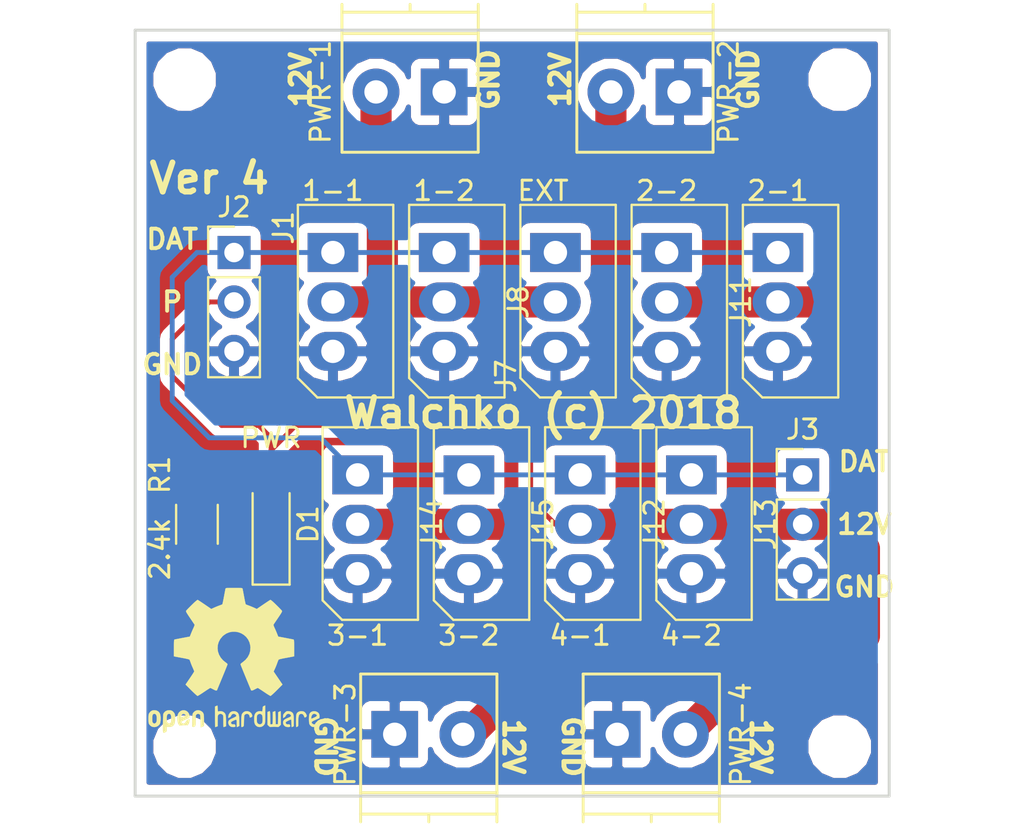
<source format=kicad_pcb>
(kicad_pcb (version 4) (host pcbnew 4.0.7)

  (general
    (links 38)
    (no_connects 0)
    (area 108.585 57.785 151.765 100.965)
    (thickness 1.6)
    (drawings 12)
    (tracks 59)
    (zones 0)
    (modules 22)
    (nets 8)
  )

  (page USLetter)
  (layers
    (0 F.Cu signal)
    (31 B.Cu signal)
    (32 B.Adhes user)
    (33 F.Adhes user)
    (34 B.Paste user)
    (35 F.Paste user)
    (36 B.SilkS user)
    (37 F.SilkS user)
    (38 B.Mask user)
    (39 F.Mask user)
    (40 Dwgs.User user)
    (41 Cmts.User user)
    (42 Eco1.User user)
    (43 Eco2.User user)
    (44 Edge.Cuts user)
    (45 Margin user)
    (46 B.CrtYd user)
    (47 F.CrtYd user)
    (48 B.Fab user)
    (49 F.Fab user)
  )

  (setup
    (last_trace_width 0.25)
    (user_trace_width 1.6)
    (trace_clearance 0.2)
    (zone_clearance 0.508)
    (zone_45_only no)
    (trace_min 0.2)
    (segment_width 0.2)
    (edge_width 0.15)
    (via_size 0.6)
    (via_drill 0.4)
    (via_min_size 0.4)
    (via_min_drill 0.3)
    (uvia_size 0.3)
    (uvia_drill 0.1)
    (uvias_allowed no)
    (uvia_min_size 0.2)
    (uvia_min_drill 0.1)
    (pcb_text_width 0.3)
    (pcb_text_size 1.5 1.5)
    (mod_edge_width 0.15)
    (mod_text_size 1 1)
    (mod_text_width 0.15)
    (pad_size 1.524 1.524)
    (pad_drill 0.762)
    (pad_to_mask_clearance 0.2)
    (aux_axis_origin 0 0)
    (visible_elements 7FFFFFFF)
    (pcbplotparams
      (layerselection 0x010f0_80000001)
      (usegerberextensions false)
      (excludeedgelayer true)
      (linewidth 0.100000)
      (plotframeref false)
      (viasonmask false)
      (mode 1)
      (useauxorigin false)
      (hpglpennumber 1)
      (hpglpenspeed 20)
      (hpglpendiameter 15)
      (hpglpenoverlay 2)
      (psnegative false)
      (psa4output false)
      (plotreference true)
      (plotvalue true)
      (plotinvisibletext false)
      (padsonsilk false)
      (subtractmaskfromsilk false)
      (outputformat 1)
      (mirror false)
      (drillshape 0)
      (scaleselection 1)
      (outputdirectory gerber/))
  )

  (net 0 "")
  (net 1 DATA)
  (net 2 GND)
  (net 3 +12V)
  (net 4 "Net-(D1-Pad1)")
  (net 5 "Net-(J1-Pad2)")
  (net 6 "Net-(J14-Pad2)")
  (net 7 "Net-(J10-Pad2)")

  (net_class Default "This is the default net class."
    (clearance 0.2)
    (trace_width 0.25)
    (via_dia 0.6)
    (via_drill 0.4)
    (uvia_dia 0.3)
    (uvia_drill 0.1)
    (add_net +12V)
    (add_net DATA)
    (add_net GND)
    (add_net "Net-(D1-Pad1)")
    (add_net "Net-(J1-Pad2)")
    (add_net "Net-(J10-Pad2)")
    (add_net "Net-(J14-Pad2)")
  )

  (net_class A ""
    (clearance 0.2)
    (trace_width 1.5)
    (via_dia 0.6)
    (via_drill 0.4)
    (uvia_dia 0.3)
    (uvia_drill 0.1)
  )

  (module LEDs:LED_1206_HandSoldering (layer F.Cu) (tedit 5ACD0ED0) (tstamp 5A933437)
    (at 116.205 85.09 90)
    (descr "LED SMD 1206, hand soldering")
    (tags "LED 1206")
    (path /5ACD24C2)
    (attr smd)
    (fp_text reference D1 (at 0 1.905 90) (layer F.SilkS)
      (effects (font (size 1 1) (thickness 0.15)))
    )
    (fp_text value PWR (at 4.445 0 180) (layer F.SilkS)
      (effects (font (size 1 1) (thickness 0.15)))
    )
    (fp_line (start -3.1 -0.95) (end -3.1 0.95) (layer F.SilkS) (width 0.12))
    (fp_line (start -0.4 0) (end 0.2 -0.4) (layer F.Fab) (width 0.1))
    (fp_line (start 0.2 -0.4) (end 0.2 0.4) (layer F.Fab) (width 0.1))
    (fp_line (start 0.2 0.4) (end -0.4 0) (layer F.Fab) (width 0.1))
    (fp_line (start -0.45 -0.4) (end -0.45 0.4) (layer F.Fab) (width 0.1))
    (fp_line (start -1.6 0.8) (end -1.6 -0.8) (layer F.Fab) (width 0.1))
    (fp_line (start 1.6 0.8) (end -1.6 0.8) (layer F.Fab) (width 0.1))
    (fp_line (start 1.6 -0.8) (end 1.6 0.8) (layer F.Fab) (width 0.1))
    (fp_line (start -1.6 -0.8) (end 1.6 -0.8) (layer F.Fab) (width 0.1))
    (fp_line (start -3.1 0.95) (end 1.6 0.95) (layer F.SilkS) (width 0.12))
    (fp_line (start -3.1 -0.95) (end 1.6 -0.95) (layer F.SilkS) (width 0.12))
    (fp_line (start -3.25 -1.11) (end 3.25 -1.11) (layer F.CrtYd) (width 0.05))
    (fp_line (start -3.25 -1.11) (end -3.25 1.1) (layer F.CrtYd) (width 0.05))
    (fp_line (start 3.25 1.1) (end 3.25 -1.11) (layer F.CrtYd) (width 0.05))
    (fp_line (start 3.25 1.1) (end -3.25 1.1) (layer F.CrtYd) (width 0.05))
    (pad 1 smd rect (at -2 0 90) (size 2 1.7) (layers F.Cu F.Paste F.Mask)
      (net 4 "Net-(D1-Pad1)"))
    (pad 2 smd rect (at 2 0 90) (size 2 1.7) (layers F.Cu F.Paste F.Mask)
      (net 3 +12V))
    (model ${KISYS3DMOD}/LEDs.3dshapes/LED_1206.wrl
      (at (xyz 0 0 0))
      (scale (xyz 1 1 1))
      (rotate (xyz 0 0 180))
    )
  )

  (module Connectors_Molex:Molex_SPOX-5267_22-03-5035_03x2.54mm_Straight (layer F.Cu) (tedit 5ACD0C19) (tstamp 5A9394F1)
    (at 119.38 71.12 270)
    (descr "Connector Headers with Friction Lock, 22-03-5035, http://www.molex.com/pdm_docs/ps/PS-5264-001-001.pdf")
    (tags "connector molex SPOX 5267 22-03-5035")
    (path /5A7A565B)
    (fp_text reference J1 (at -1.27 2.54 270) (layer F.SilkS)
      (effects (font (size 1 1) (thickness 0.15)))
    )
    (fp_text value 1-1 (at -3.175 0 360) (layer F.SilkS)
      (effects (font (size 1 1) (thickness 0.15)))
    )
    (fp_line (start 6.45 1.8) (end 7.45 0.8) (layer F.SilkS) (width 0.12))
    (fp_line (start -2.45 -3.1) (end -2.45 1.8) (layer F.SilkS) (width 0.12))
    (fp_line (start -2.45 1.8) (end 6.45 1.8) (layer F.SilkS) (width 0.12))
    (fp_line (start 7.45 0.8) (end 7.45 -3.1) (layer F.SilkS) (width 0.12))
    (fp_line (start 7.45 -3.1) (end -2.45 -3.1) (layer F.SilkS) (width 0.12))
    (fp_line (start -2.5 1.85) (end -2.5 -3.15) (layer F.CrtYd) (width 0.05))
    (fp_line (start -2.5 -3.15) (end 7.5 -3.15) (layer F.CrtYd) (width 0.05))
    (fp_line (start 7.5 -3.15) (end 7.5 1.85) (layer F.CrtYd) (width 0.05))
    (fp_line (start 7.5 1.85) (end -2.5 1.85) (layer F.CrtYd) (width 0.05))
    (fp_line (start 7.35 -3) (end -2.35 -3) (layer F.Fab) (width 0.1))
    (fp_line (start 7.35 0.7) (end 7.35 -3) (layer F.Fab) (width 0.1))
    (fp_line (start 6.35 1.7) (end 7.35 0.7) (layer F.Fab) (width 0.1))
    (fp_line (start -2.35 1.7) (end 6.35 1.7) (layer F.Fab) (width 0.1))
    (fp_line (start -2.35 -3) (end -2.35 1.7) (layer F.Fab) (width 0.1))
    (pad 1 thru_hole rect (at 0 0 270) (size 2 2.6) (drill 1.2) (layers *.Cu *.Mask)
      (net 1 DATA))
    (pad 2 thru_hole oval (at 2.54 0 270) (size 2 2.6) (drill 1.2) (layers *.Cu *.Mask)
      (net 5 "Net-(J1-Pad2)"))
    (pad 3 thru_hole oval (at 5.08 0 270) (size 2 2.6) (drill 1.2) (layers *.Cu *.Mask)
      (net 2 GND))
    (model ${KISYS3DMOD}/Connectors_Molex.3dshapes/Molex_SPOX-5267_22-03-5035_03x2.54mm_Straight.wrl
      (at (xyz 0.1 0.023622 0.114173))
      (scale (xyz 1 1 1))
      (rotate (xyz -90 0 180))
    )
  )

  (module Connectors_Molex:Molex_SPOX-5267_22-03-5035_03x2.54mm_Straight (layer F.Cu) (tedit 5ACD0C35) (tstamp 5AA5768D)
    (at 130.81 71.12 270)
    (descr "Connector Headers with Friction Lock, 22-03-5035, http://www.molex.com/pdm_docs/ps/PS-5264-001-001.pdf")
    (tags "connector molex SPOX 5267 22-03-5035")
    (path /5AA5A64D)
    (fp_text reference J7 (at 6.35 2.54 270) (layer F.SilkS)
      (effects (font (size 1 1) (thickness 0.15)))
    )
    (fp_text value EXT (at -3.175 0.635 360) (layer F.SilkS)
      (effects (font (size 1 1) (thickness 0.15)))
    )
    (fp_line (start 6.45 1.8) (end 7.45 0.8) (layer F.SilkS) (width 0.12))
    (fp_line (start -2.45 -3.1) (end -2.45 1.8) (layer F.SilkS) (width 0.12))
    (fp_line (start -2.45 1.8) (end 6.45 1.8) (layer F.SilkS) (width 0.12))
    (fp_line (start 7.45 0.8) (end 7.45 -3.1) (layer F.SilkS) (width 0.12))
    (fp_line (start 7.45 -3.1) (end -2.45 -3.1) (layer F.SilkS) (width 0.12))
    (fp_line (start -2.5 1.85) (end -2.5 -3.15) (layer F.CrtYd) (width 0.05))
    (fp_line (start -2.5 -3.15) (end 7.5 -3.15) (layer F.CrtYd) (width 0.05))
    (fp_line (start 7.5 -3.15) (end 7.5 1.85) (layer F.CrtYd) (width 0.05))
    (fp_line (start 7.5 1.85) (end -2.5 1.85) (layer F.CrtYd) (width 0.05))
    (fp_line (start 7.35 -3) (end -2.35 -3) (layer F.Fab) (width 0.1))
    (fp_line (start 7.35 0.7) (end 7.35 -3) (layer F.Fab) (width 0.1))
    (fp_line (start 6.35 1.7) (end 7.35 0.7) (layer F.Fab) (width 0.1))
    (fp_line (start -2.35 1.7) (end 6.35 1.7) (layer F.Fab) (width 0.1))
    (fp_line (start -2.35 -3) (end -2.35 1.7) (layer F.Fab) (width 0.1))
    (pad 1 thru_hole rect (at 0 0 270) (size 2 2.6) (drill 1.2) (layers *.Cu *.Mask)
      (net 1 DATA))
    (pad 2 thru_hole oval (at 2.54 0 270) (size 2 2.6) (drill 1.2) (layers *.Cu *.Mask)
      (net 5 "Net-(J1-Pad2)"))
    (pad 3 thru_hole oval (at 5.08 0 270) (size 2 2.6) (drill 1.2) (layers *.Cu *.Mask)
      (net 2 GND))
    (model ${KISYS3DMOD}/Connectors_Molex.3dshapes/Molex_SPOX-5267_22-03-5035_03x2.54mm_Straight.wrl
      (at (xyz 0.1 0.023622 0.114173))
      (scale (xyz 1 1 1))
      (rotate (xyz -90 0 180))
    )
  )

  (module Pin_Headers:Pin_Header_Straight_1x03_Pitch2.54mm (layer F.Cu) (tedit 59650532) (tstamp 5ACD02C4)
    (at 114.3 71.12)
    (descr "Through hole straight pin header, 1x03, 2.54mm pitch, single row")
    (tags "Through hole pin header THT 1x03 2.54mm single row")
    (path /5ACD206D)
    (fp_text reference J2 (at 0 -2.33) (layer F.SilkS)
      (effects (font (size 1 1) (thickness 0.15)))
    )
    (fp_text value Data (at 0 7.41) (layer F.Fab)
      (effects (font (size 1 1) (thickness 0.15)))
    )
    (fp_line (start -0.635 -1.27) (end 1.27 -1.27) (layer F.Fab) (width 0.1))
    (fp_line (start 1.27 -1.27) (end 1.27 6.35) (layer F.Fab) (width 0.1))
    (fp_line (start 1.27 6.35) (end -1.27 6.35) (layer F.Fab) (width 0.1))
    (fp_line (start -1.27 6.35) (end -1.27 -0.635) (layer F.Fab) (width 0.1))
    (fp_line (start -1.27 -0.635) (end -0.635 -1.27) (layer F.Fab) (width 0.1))
    (fp_line (start -1.33 6.41) (end 1.33 6.41) (layer F.SilkS) (width 0.12))
    (fp_line (start -1.33 1.27) (end -1.33 6.41) (layer F.SilkS) (width 0.12))
    (fp_line (start 1.33 1.27) (end 1.33 6.41) (layer F.SilkS) (width 0.12))
    (fp_line (start -1.33 1.27) (end 1.33 1.27) (layer F.SilkS) (width 0.12))
    (fp_line (start -1.33 0) (end -1.33 -1.33) (layer F.SilkS) (width 0.12))
    (fp_line (start -1.33 -1.33) (end 0 -1.33) (layer F.SilkS) (width 0.12))
    (fp_line (start -1.8 -1.8) (end -1.8 6.85) (layer F.CrtYd) (width 0.05))
    (fp_line (start -1.8 6.85) (end 1.8 6.85) (layer F.CrtYd) (width 0.05))
    (fp_line (start 1.8 6.85) (end 1.8 -1.8) (layer F.CrtYd) (width 0.05))
    (fp_line (start 1.8 -1.8) (end -1.8 -1.8) (layer F.CrtYd) (width 0.05))
    (fp_text user %R (at 0 2.54 90) (layer F.Fab)
      (effects (font (size 1 1) (thickness 0.15)))
    )
    (pad 1 thru_hole rect (at 0 0) (size 1.7 1.7) (drill 1) (layers *.Cu *.Mask)
      (net 1 DATA))
    (pad 2 thru_hole oval (at 0 2.54) (size 1.7 1.7) (drill 1) (layers *.Cu *.Mask)
      (net 3 +12V))
    (pad 3 thru_hole oval (at 0 5.08) (size 1.7 1.7) (drill 1) (layers *.Cu *.Mask)
      (net 2 GND))
    (model ${KISYS3DMOD}/Pin_Headers.3dshapes/Pin_Header_Straight_1x03_Pitch2.54mm.wrl
      (at (xyz 0 0 0))
      (scale (xyz 1 1 1))
      (rotate (xyz 0 0 0))
    )
  )

  (module Pin_Headers:Pin_Header_Straight_1x03_Pitch2.54mm (layer F.Cu) (tedit 59650532) (tstamp 5ACD02CA)
    (at 143.51 82.55)
    (descr "Through hole straight pin header, 1x03, 2.54mm pitch, single row")
    (tags "Through hole pin header THT 1x03 2.54mm single row")
    (path /5ACD2202)
    (fp_text reference J3 (at 0 -2.33) (layer F.SilkS)
      (effects (font (size 1 1) (thickness 0.15)))
    )
    (fp_text value Data (at 0 7.41) (layer F.Fab)
      (effects (font (size 1 1) (thickness 0.15)))
    )
    (fp_line (start -0.635 -1.27) (end 1.27 -1.27) (layer F.Fab) (width 0.1))
    (fp_line (start 1.27 -1.27) (end 1.27 6.35) (layer F.Fab) (width 0.1))
    (fp_line (start 1.27 6.35) (end -1.27 6.35) (layer F.Fab) (width 0.1))
    (fp_line (start -1.27 6.35) (end -1.27 -0.635) (layer F.Fab) (width 0.1))
    (fp_line (start -1.27 -0.635) (end -0.635 -1.27) (layer F.Fab) (width 0.1))
    (fp_line (start -1.33 6.41) (end 1.33 6.41) (layer F.SilkS) (width 0.12))
    (fp_line (start -1.33 1.27) (end -1.33 6.41) (layer F.SilkS) (width 0.12))
    (fp_line (start 1.33 1.27) (end 1.33 6.41) (layer F.SilkS) (width 0.12))
    (fp_line (start -1.33 1.27) (end 1.33 1.27) (layer F.SilkS) (width 0.12))
    (fp_line (start -1.33 0) (end -1.33 -1.33) (layer F.SilkS) (width 0.12))
    (fp_line (start -1.33 -1.33) (end 0 -1.33) (layer F.SilkS) (width 0.12))
    (fp_line (start -1.8 -1.8) (end -1.8 6.85) (layer F.CrtYd) (width 0.05))
    (fp_line (start -1.8 6.85) (end 1.8 6.85) (layer F.CrtYd) (width 0.05))
    (fp_line (start 1.8 6.85) (end 1.8 -1.8) (layer F.CrtYd) (width 0.05))
    (fp_line (start 1.8 -1.8) (end -1.8 -1.8) (layer F.CrtYd) (width 0.05))
    (fp_text user %R (at 0 2.54 90) (layer F.Fab)
      (effects (font (size 1 1) (thickness 0.15)))
    )
    (pad 1 thru_hole rect (at 0 0) (size 1.7 1.7) (drill 1) (layers *.Cu *.Mask)
      (net 1 DATA))
    (pad 2 thru_hole oval (at 0 2.54) (size 1.7 1.7) (drill 1) (layers *.Cu *.Mask)
      (net 3 +12V))
    (pad 3 thru_hole oval (at 0 5.08) (size 1.7 1.7) (drill 1) (layers *.Cu *.Mask)
      (net 2 GND))
    (model ${KISYS3DMOD}/Pin_Headers.3dshapes/Pin_Header_Straight_1x03_Pitch2.54mm.wrl
      (at (xyz 0 0 0))
      (scale (xyz 1 1 1))
      (rotate (xyz 0 0 0))
    )
  )

  (module Connectors_Molex:Molex_SPOX-5267_22-03-5035_03x2.54mm_Straight (layer F.Cu) (tedit 5ACD1069) (tstamp 5ACD02D5)
    (at 125.095 71.12 270)
    (descr "Connector Headers with Friction Lock, 22-03-5035, http://www.molex.com/pdm_docs/ps/PS-5264-001-001.pdf")
    (tags "connector molex SPOX 5267 22-03-5035")
    (path /5ACCFEAF)
    (fp_text reference J8 (at 2.54 -3.81 270) (layer F.SilkS)
      (effects (font (size 1 1) (thickness 0.15)))
    )
    (fp_text value 1-2 (at -3.175 0 360) (layer F.SilkS)
      (effects (font (size 1 1) (thickness 0.15)))
    )
    (fp_line (start 6.45 1.8) (end 7.45 0.8) (layer F.SilkS) (width 0.12))
    (fp_line (start -2.45 -3.1) (end -2.45 1.8) (layer F.SilkS) (width 0.12))
    (fp_line (start -2.45 1.8) (end 6.45 1.8) (layer F.SilkS) (width 0.12))
    (fp_line (start 7.45 0.8) (end 7.45 -3.1) (layer F.SilkS) (width 0.12))
    (fp_line (start 7.45 -3.1) (end -2.45 -3.1) (layer F.SilkS) (width 0.12))
    (fp_line (start -2.5 1.85) (end -2.5 -3.15) (layer F.CrtYd) (width 0.05))
    (fp_line (start -2.5 -3.15) (end 7.5 -3.15) (layer F.CrtYd) (width 0.05))
    (fp_line (start 7.5 -3.15) (end 7.5 1.85) (layer F.CrtYd) (width 0.05))
    (fp_line (start 7.5 1.85) (end -2.5 1.85) (layer F.CrtYd) (width 0.05))
    (fp_line (start 7.35 -3) (end -2.35 -3) (layer F.Fab) (width 0.1))
    (fp_line (start 7.35 0.7) (end 7.35 -3) (layer F.Fab) (width 0.1))
    (fp_line (start 6.35 1.7) (end 7.35 0.7) (layer F.Fab) (width 0.1))
    (fp_line (start -2.35 1.7) (end 6.35 1.7) (layer F.Fab) (width 0.1))
    (fp_line (start -2.35 -3) (end -2.35 1.7) (layer F.Fab) (width 0.1))
    (pad 1 thru_hole rect (at 0 0 270) (size 2 2.6) (drill 1.2) (layers *.Cu *.Mask)
      (net 1 DATA))
    (pad 2 thru_hole oval (at 2.54 0 270) (size 2 2.6) (drill 1.2) (layers *.Cu *.Mask)
      (net 5 "Net-(J1-Pad2)"))
    (pad 3 thru_hole oval (at 5.08 0 270) (size 2 2.6) (drill 1.2) (layers *.Cu *.Mask)
      (net 2 GND))
    (model ${KISYS3DMOD}/Connectors_Molex.3dshapes/Molex_SPOX-5267_22-03-5035_03x2.54mm_Straight.wrl
      (at (xyz 0.1 0.023622 0.114173))
      (scale (xyz 1 1 1))
      (rotate (xyz -90 0 180))
    )
  )

  (module Connectors_Molex:Molex_SPOX-5267_22-03-5035_03x2.54mm_Straight (layer F.Cu) (tedit 5ACD10F4) (tstamp 5ACD02E0)
    (at 142.24 71.12 270)
    (descr "Connector Headers with Friction Lock, 22-03-5035, http://www.molex.com/pdm_docs/ps/PS-5264-001-001.pdf")
    (tags "connector molex SPOX 5267 22-03-5035")
    (path /5ACD102B)
    (fp_text reference J10 (at 2.54 -3.81 270) (layer F.Fab)
      (effects (font (size 1 1) (thickness 0.15)))
    )
    (fp_text value 2-1 (at -3.175 0 360) (layer F.SilkS)
      (effects (font (size 1 1) (thickness 0.15)))
    )
    (fp_line (start 6.45 1.8) (end 7.45 0.8) (layer F.SilkS) (width 0.12))
    (fp_line (start -2.45 -3.1) (end -2.45 1.8) (layer F.SilkS) (width 0.12))
    (fp_line (start -2.45 1.8) (end 6.45 1.8) (layer F.SilkS) (width 0.12))
    (fp_line (start 7.45 0.8) (end 7.45 -3.1) (layer F.SilkS) (width 0.12))
    (fp_line (start 7.45 -3.1) (end -2.45 -3.1) (layer F.SilkS) (width 0.12))
    (fp_line (start -2.5 1.85) (end -2.5 -3.15) (layer F.CrtYd) (width 0.05))
    (fp_line (start -2.5 -3.15) (end 7.5 -3.15) (layer F.CrtYd) (width 0.05))
    (fp_line (start 7.5 -3.15) (end 7.5 1.85) (layer F.CrtYd) (width 0.05))
    (fp_line (start 7.5 1.85) (end -2.5 1.85) (layer F.CrtYd) (width 0.05))
    (fp_line (start 7.35 -3) (end -2.35 -3) (layer F.Fab) (width 0.1))
    (fp_line (start 7.35 0.7) (end 7.35 -3) (layer F.Fab) (width 0.1))
    (fp_line (start 6.35 1.7) (end 7.35 0.7) (layer F.Fab) (width 0.1))
    (fp_line (start -2.35 1.7) (end 6.35 1.7) (layer F.Fab) (width 0.1))
    (fp_line (start -2.35 -3) (end -2.35 1.7) (layer F.Fab) (width 0.1))
    (pad 1 thru_hole rect (at 0 0 270) (size 2 2.6) (drill 1.2) (layers *.Cu *.Mask)
      (net 1 DATA))
    (pad 2 thru_hole oval (at 2.54 0 270) (size 2 2.6) (drill 1.2) (layers *.Cu *.Mask)
      (net 7 "Net-(J10-Pad2)"))
    (pad 3 thru_hole oval (at 5.08 0 270) (size 2 2.6) (drill 1.2) (layers *.Cu *.Mask)
      (net 2 GND))
    (model ${KISYS3DMOD}/Connectors_Molex.3dshapes/Molex_SPOX-5267_22-03-5035_03x2.54mm_Straight.wrl
      (at (xyz 0.1 0.023622 0.114173))
      (scale (xyz 1 1 1))
      (rotate (xyz -90 0 180))
    )
  )

  (module Connectors_Molex:Molex_SPOX-5267_22-03-5035_03x2.54mm_Straight (layer F.Cu) (tedit 5ACD1070) (tstamp 5ACD02E6)
    (at 136.525 71.12 270)
    (descr "Connector Headers with Friction Lock, 22-03-5035, http://www.molex.com/pdm_docs/ps/PS-5264-001-001.pdf")
    (tags "connector molex SPOX 5267 22-03-5035")
    (path /5ACD103D)
    (fp_text reference J11 (at 2.54 -3.81 270) (layer F.SilkS)
      (effects (font (size 1 1) (thickness 0.15)))
    )
    (fp_text value 2-2 (at -3.175 0 360) (layer F.SilkS)
      (effects (font (size 1 1) (thickness 0.15)))
    )
    (fp_line (start 6.45 1.8) (end 7.45 0.8) (layer F.SilkS) (width 0.12))
    (fp_line (start -2.45 -3.1) (end -2.45 1.8) (layer F.SilkS) (width 0.12))
    (fp_line (start -2.45 1.8) (end 6.45 1.8) (layer F.SilkS) (width 0.12))
    (fp_line (start 7.45 0.8) (end 7.45 -3.1) (layer F.SilkS) (width 0.12))
    (fp_line (start 7.45 -3.1) (end -2.45 -3.1) (layer F.SilkS) (width 0.12))
    (fp_line (start -2.5 1.85) (end -2.5 -3.15) (layer F.CrtYd) (width 0.05))
    (fp_line (start -2.5 -3.15) (end 7.5 -3.15) (layer F.CrtYd) (width 0.05))
    (fp_line (start 7.5 -3.15) (end 7.5 1.85) (layer F.CrtYd) (width 0.05))
    (fp_line (start 7.5 1.85) (end -2.5 1.85) (layer F.CrtYd) (width 0.05))
    (fp_line (start 7.35 -3) (end -2.35 -3) (layer F.Fab) (width 0.1))
    (fp_line (start 7.35 0.7) (end 7.35 -3) (layer F.Fab) (width 0.1))
    (fp_line (start 6.35 1.7) (end 7.35 0.7) (layer F.Fab) (width 0.1))
    (fp_line (start -2.35 1.7) (end 6.35 1.7) (layer F.Fab) (width 0.1))
    (fp_line (start -2.35 -3) (end -2.35 1.7) (layer F.Fab) (width 0.1))
    (pad 1 thru_hole rect (at 0 0 270) (size 2 2.6) (drill 1.2) (layers *.Cu *.Mask)
      (net 1 DATA))
    (pad 2 thru_hole oval (at 2.54 0 270) (size 2 2.6) (drill 1.2) (layers *.Cu *.Mask)
      (net 7 "Net-(J10-Pad2)"))
    (pad 3 thru_hole oval (at 5.08 0 270) (size 2 2.6) (drill 1.2) (layers *.Cu *.Mask)
      (net 2 GND))
    (model ${KISYS3DMOD}/Connectors_Molex.3dshapes/Molex_SPOX-5267_22-03-5035_03x2.54mm_Straight.wrl
      (at (xyz 0.1 0.023622 0.114173))
      (scale (xyz 1 1 1))
      (rotate (xyz -90 0 180))
    )
  )

  (module Resistors_SMD:R_1206_HandSoldering (layer F.Cu) (tedit 5ACD1121) (tstamp 5ACD02F1)
    (at 112.395 85.09 90)
    (descr "Resistor SMD 1206, hand soldering")
    (tags "resistor 1206")
    (path /5ACD2583)
    (attr smd)
    (fp_text reference R1 (at 2.54 -1.905 90) (layer F.SilkS)
      (effects (font (size 1 1) (thickness 0.15)))
    )
    (fp_text value 2.4k (at -1.27 -1.905 90) (layer F.SilkS)
      (effects (font (size 1 1) (thickness 0.15)))
    )
    (fp_text user %R (at 0 0 90) (layer F.Fab)
      (effects (font (size 0.7 0.7) (thickness 0.105)))
    )
    (fp_line (start -1.6 0.8) (end -1.6 -0.8) (layer F.Fab) (width 0.1))
    (fp_line (start 1.6 0.8) (end -1.6 0.8) (layer F.Fab) (width 0.1))
    (fp_line (start 1.6 -0.8) (end 1.6 0.8) (layer F.Fab) (width 0.1))
    (fp_line (start -1.6 -0.8) (end 1.6 -0.8) (layer F.Fab) (width 0.1))
    (fp_line (start 1 1.07) (end -1 1.07) (layer F.SilkS) (width 0.12))
    (fp_line (start -1 -1.07) (end 1 -1.07) (layer F.SilkS) (width 0.12))
    (fp_line (start -3.25 -1.11) (end 3.25 -1.11) (layer F.CrtYd) (width 0.05))
    (fp_line (start -3.25 -1.11) (end -3.25 1.1) (layer F.CrtYd) (width 0.05))
    (fp_line (start 3.25 1.1) (end 3.25 -1.11) (layer F.CrtYd) (width 0.05))
    (fp_line (start 3.25 1.1) (end -3.25 1.1) (layer F.CrtYd) (width 0.05))
    (pad 1 smd rect (at -2 0 90) (size 2 1.7) (layers F.Cu F.Paste F.Mask)
      (net 4 "Net-(D1-Pad1)"))
    (pad 2 smd rect (at 2 0 90) (size 2 1.7) (layers F.Cu F.Paste F.Mask)
      (net 2 GND))
    (model ${KISYS3DMOD}/Resistors_SMD.3dshapes/R_1206.wrl
      (at (xyz 0 0 0))
      (scale (xyz 1 1 1))
      (rotate (xyz 0 0 0))
    )
  )

  (module Connectors_Molex:Molex_SPOX-5267_22-03-5035_03x2.54mm_Straight (layer F.Cu) (tedit 5ACD15DA) (tstamp 5ACD0802)
    (at 132.08 82.55 270)
    (descr "Connector Headers with Friction Lock, 22-03-5035, http://www.molex.com/pdm_docs/ps/PS-5264-001-001.pdf")
    (tags "connector molex SPOX 5267 22-03-5035")
    (path /5ACD2DCD)
    (fp_text reference J12 (at 2.54 -3.81 270) (layer F.SilkS)
      (effects (font (size 1 1) (thickness 0.15)))
    )
    (fp_text value 4-1 (at 8.255 0 360) (layer F.SilkS)
      (effects (font (size 1 1) (thickness 0.15)))
    )
    (fp_line (start 6.45 1.8) (end 7.45 0.8) (layer F.SilkS) (width 0.12))
    (fp_line (start -2.45 -3.1) (end -2.45 1.8) (layer F.SilkS) (width 0.12))
    (fp_line (start -2.45 1.8) (end 6.45 1.8) (layer F.SilkS) (width 0.12))
    (fp_line (start 7.45 0.8) (end 7.45 -3.1) (layer F.SilkS) (width 0.12))
    (fp_line (start 7.45 -3.1) (end -2.45 -3.1) (layer F.SilkS) (width 0.12))
    (fp_line (start -2.5 1.85) (end -2.5 -3.15) (layer F.CrtYd) (width 0.05))
    (fp_line (start -2.5 -3.15) (end 7.5 -3.15) (layer F.CrtYd) (width 0.05))
    (fp_line (start 7.5 -3.15) (end 7.5 1.85) (layer F.CrtYd) (width 0.05))
    (fp_line (start 7.5 1.85) (end -2.5 1.85) (layer F.CrtYd) (width 0.05))
    (fp_line (start 7.35 -3) (end -2.35 -3) (layer F.Fab) (width 0.1))
    (fp_line (start 7.35 0.7) (end 7.35 -3) (layer F.Fab) (width 0.1))
    (fp_line (start 6.35 1.7) (end 7.35 0.7) (layer F.Fab) (width 0.1))
    (fp_line (start -2.35 1.7) (end 6.35 1.7) (layer F.Fab) (width 0.1))
    (fp_line (start -2.35 -3) (end -2.35 1.7) (layer F.Fab) (width 0.1))
    (pad 1 thru_hole rect (at 0 0 270) (size 2 2.6) (drill 1.2) (layers *.Cu *.Mask)
      (net 1 DATA))
    (pad 2 thru_hole oval (at 2.54 0 270) (size 2 2.6) (drill 1.2) (layers *.Cu *.Mask)
      (net 3 +12V))
    (pad 3 thru_hole oval (at 5.08 0 270) (size 2 2.6) (drill 1.2) (layers *.Cu *.Mask)
      (net 2 GND))
    (model ${KISYS3DMOD}/Connectors_Molex.3dshapes/Molex_SPOX-5267_22-03-5035_03x2.54mm_Straight.wrl
      (at (xyz 0.1 0.023622 0.114173))
      (scale (xyz 1 1 1))
      (rotate (xyz -90 0 180))
    )
  )

  (module Connectors_Molex:Molex_SPOX-5267_22-03-5035_03x2.54mm_Straight (layer F.Cu) (tedit 5ACD15DF) (tstamp 5ACD0809)
    (at 137.795 82.55 270)
    (descr "Connector Headers with Friction Lock, 22-03-5035, http://www.molex.com/pdm_docs/ps/PS-5264-001-001.pdf")
    (tags "connector molex SPOX 5267 22-03-5035")
    (path /5ACD2DDF)
    (fp_text reference J13 (at 2.54 -3.81 270) (layer F.SilkS)
      (effects (font (size 1 1) (thickness 0.15)))
    )
    (fp_text value 4-2 (at 8.255 0 360) (layer F.SilkS)
      (effects (font (size 1 1) (thickness 0.15)))
    )
    (fp_line (start 6.45 1.8) (end 7.45 0.8) (layer F.SilkS) (width 0.12))
    (fp_line (start -2.45 -3.1) (end -2.45 1.8) (layer F.SilkS) (width 0.12))
    (fp_line (start -2.45 1.8) (end 6.45 1.8) (layer F.SilkS) (width 0.12))
    (fp_line (start 7.45 0.8) (end 7.45 -3.1) (layer F.SilkS) (width 0.12))
    (fp_line (start 7.45 -3.1) (end -2.45 -3.1) (layer F.SilkS) (width 0.12))
    (fp_line (start -2.5 1.85) (end -2.5 -3.15) (layer F.CrtYd) (width 0.05))
    (fp_line (start -2.5 -3.15) (end 7.5 -3.15) (layer F.CrtYd) (width 0.05))
    (fp_line (start 7.5 -3.15) (end 7.5 1.85) (layer F.CrtYd) (width 0.05))
    (fp_line (start 7.5 1.85) (end -2.5 1.85) (layer F.CrtYd) (width 0.05))
    (fp_line (start 7.35 -3) (end -2.35 -3) (layer F.Fab) (width 0.1))
    (fp_line (start 7.35 0.7) (end 7.35 -3) (layer F.Fab) (width 0.1))
    (fp_line (start 6.35 1.7) (end 7.35 0.7) (layer F.Fab) (width 0.1))
    (fp_line (start -2.35 1.7) (end 6.35 1.7) (layer F.Fab) (width 0.1))
    (fp_line (start -2.35 -3) (end -2.35 1.7) (layer F.Fab) (width 0.1))
    (pad 1 thru_hole rect (at 0 0 270) (size 2 2.6) (drill 1.2) (layers *.Cu *.Mask)
      (net 1 DATA))
    (pad 2 thru_hole oval (at 2.54 0 270) (size 2 2.6) (drill 1.2) (layers *.Cu *.Mask)
      (net 3 +12V))
    (pad 3 thru_hole oval (at 5.08 0 270) (size 2 2.6) (drill 1.2) (layers *.Cu *.Mask)
      (net 2 GND))
    (model ${KISYS3DMOD}/Connectors_Molex.3dshapes/Molex_SPOX-5267_22-03-5035_03x2.54mm_Straight.wrl
      (at (xyz 0.1 0.023622 0.114173))
      (scale (xyz 1 1 1))
      (rotate (xyz -90 0 180))
    )
  )

  (module Connectors_Molex:Molex_SPOX-5267_22-03-5035_03x2.54mm_Straight (layer F.Cu) (tedit 5ACD15E7) (tstamp 5ACD0810)
    (at 120.65 82.55 270)
    (descr "Connector Headers with Friction Lock, 22-03-5035, http://www.molex.com/pdm_docs/ps/PS-5264-001-001.pdf")
    (tags "connector molex SPOX 5267 22-03-5035")
    (path /5ACD2D1C)
    (fp_text reference J14 (at 2.54 -3.81 270) (layer F.SilkS)
      (effects (font (size 1 1) (thickness 0.15)))
    )
    (fp_text value 3-1 (at 8.255 0 360) (layer F.SilkS)
      (effects (font (size 1 1) (thickness 0.15)))
    )
    (fp_line (start 6.45 1.8) (end 7.45 0.8) (layer F.SilkS) (width 0.12))
    (fp_line (start -2.45 -3.1) (end -2.45 1.8) (layer F.SilkS) (width 0.12))
    (fp_line (start -2.45 1.8) (end 6.45 1.8) (layer F.SilkS) (width 0.12))
    (fp_line (start 7.45 0.8) (end 7.45 -3.1) (layer F.SilkS) (width 0.12))
    (fp_line (start 7.45 -3.1) (end -2.45 -3.1) (layer F.SilkS) (width 0.12))
    (fp_line (start -2.5 1.85) (end -2.5 -3.15) (layer F.CrtYd) (width 0.05))
    (fp_line (start -2.5 -3.15) (end 7.5 -3.15) (layer F.CrtYd) (width 0.05))
    (fp_line (start 7.5 -3.15) (end 7.5 1.85) (layer F.CrtYd) (width 0.05))
    (fp_line (start 7.5 1.85) (end -2.5 1.85) (layer F.CrtYd) (width 0.05))
    (fp_line (start 7.35 -3) (end -2.35 -3) (layer F.Fab) (width 0.1))
    (fp_line (start 7.35 0.7) (end 7.35 -3) (layer F.Fab) (width 0.1))
    (fp_line (start 6.35 1.7) (end 7.35 0.7) (layer F.Fab) (width 0.1))
    (fp_line (start -2.35 1.7) (end 6.35 1.7) (layer F.Fab) (width 0.1))
    (fp_line (start -2.35 -3) (end -2.35 1.7) (layer F.Fab) (width 0.1))
    (pad 1 thru_hole rect (at 0 0 270) (size 2 2.6) (drill 1.2) (layers *.Cu *.Mask)
      (net 1 DATA))
    (pad 2 thru_hole oval (at 2.54 0 270) (size 2 2.6) (drill 1.2) (layers *.Cu *.Mask)
      (net 6 "Net-(J14-Pad2)"))
    (pad 3 thru_hole oval (at 5.08 0 270) (size 2 2.6) (drill 1.2) (layers *.Cu *.Mask)
      (net 2 GND))
    (model ${KISYS3DMOD}/Connectors_Molex.3dshapes/Molex_SPOX-5267_22-03-5035_03x2.54mm_Straight.wrl
      (at (xyz 0.1 0.023622 0.114173))
      (scale (xyz 1 1 1))
      (rotate (xyz -90 0 180))
    )
  )

  (module Connectors_Molex:Molex_SPOX-5267_22-03-5035_03x2.54mm_Straight (layer F.Cu) (tedit 5ACD15D5) (tstamp 5ACD0817)
    (at 126.365 82.55 270)
    (descr "Connector Headers with Friction Lock, 22-03-5035, http://www.molex.com/pdm_docs/ps/PS-5264-001-001.pdf")
    (tags "connector molex SPOX 5267 22-03-5035")
    (path /5ACD2D2E)
    (fp_text reference J15 (at 2.54 -3.81 270) (layer F.SilkS)
      (effects (font (size 1 1) (thickness 0.15)))
    )
    (fp_text value 3-2 (at 8.255 0 360) (layer F.SilkS)
      (effects (font (size 1 1) (thickness 0.15)))
    )
    (fp_line (start 6.45 1.8) (end 7.45 0.8) (layer F.SilkS) (width 0.12))
    (fp_line (start -2.45 -3.1) (end -2.45 1.8) (layer F.SilkS) (width 0.12))
    (fp_line (start -2.45 1.8) (end 6.45 1.8) (layer F.SilkS) (width 0.12))
    (fp_line (start 7.45 0.8) (end 7.45 -3.1) (layer F.SilkS) (width 0.12))
    (fp_line (start 7.45 -3.1) (end -2.45 -3.1) (layer F.SilkS) (width 0.12))
    (fp_line (start -2.5 1.85) (end -2.5 -3.15) (layer F.CrtYd) (width 0.05))
    (fp_line (start -2.5 -3.15) (end 7.5 -3.15) (layer F.CrtYd) (width 0.05))
    (fp_line (start 7.5 -3.15) (end 7.5 1.85) (layer F.CrtYd) (width 0.05))
    (fp_line (start 7.5 1.85) (end -2.5 1.85) (layer F.CrtYd) (width 0.05))
    (fp_line (start 7.35 -3) (end -2.35 -3) (layer F.Fab) (width 0.1))
    (fp_line (start 7.35 0.7) (end 7.35 -3) (layer F.Fab) (width 0.1))
    (fp_line (start 6.35 1.7) (end 7.35 0.7) (layer F.Fab) (width 0.1))
    (fp_line (start -2.35 1.7) (end 6.35 1.7) (layer F.Fab) (width 0.1))
    (fp_line (start -2.35 -3) (end -2.35 1.7) (layer F.Fab) (width 0.1))
    (pad 1 thru_hole rect (at 0 0 270) (size 2 2.6) (drill 1.2) (layers *.Cu *.Mask)
      (net 1 DATA))
    (pad 2 thru_hole oval (at 2.54 0 270) (size 2 2.6) (drill 1.2) (layers *.Cu *.Mask)
      (net 6 "Net-(J14-Pad2)"))
    (pad 3 thru_hole oval (at 5.08 0 270) (size 2 2.6) (drill 1.2) (layers *.Cu *.Mask)
      (net 2 GND))
    (model ${KISYS3DMOD}/Connectors_Molex.3dshapes/Molex_SPOX-5267_22-03-5035_03x2.54mm_Straight.wrl
      (at (xyz 0.1 0.023622 0.114173))
      (scale (xyz 1 1 1))
      (rotate (xyz -90 0 180))
    )
  )

  (module TerminalBlocks_Phoenix:TerminalBlock_Phoenix_PT-3.5mm_2pol (layer F.Cu) (tedit 5ACD1015) (tstamp 5ACD0AD3)
    (at 133.985 95.885)
    (descr "2-way 3.5mm pitch terminal block, Phoenix PT series")
    (path /5ACD2DE5)
    (fp_text reference J4 (at 1.75 -4.3) (layer F.Fab)
      (effects (font (size 1 1) (thickness 0.15)))
    )
    (fp_text value PWR-4 (at 6.35 0 90) (layer F.SilkS)
      (effects (font (size 1 1) (thickness 0.15)))
    )
    (fp_text user %R (at 1.75 0) (layer F.Fab)
      (effects (font (size 1 1) (thickness 0.15)))
    )
    (fp_line (start -1.9 -3.3) (end 5.4 -3.3) (layer F.CrtYd) (width 0.05))
    (fp_line (start -1.9 4.7) (end -1.9 -3.3) (layer F.CrtYd) (width 0.05))
    (fp_line (start 5.4 4.7) (end -1.9 4.7) (layer F.CrtYd) (width 0.05))
    (fp_line (start 5.4 -3.3) (end 5.4 4.7) (layer F.CrtYd) (width 0.05))
    (fp_line (start 1.75 4.1) (end 1.75 4.5) (layer F.SilkS) (width 0.15))
    (fp_line (start -1.75 3) (end 5.25 3) (layer F.SilkS) (width 0.15))
    (fp_line (start -1.75 4.1) (end 5.25 4.1) (layer F.SilkS) (width 0.15))
    (fp_line (start -1.75 -3.1) (end -1.75 4.5) (layer F.SilkS) (width 0.15))
    (fp_line (start 5.25 4.5) (end 5.25 -3.1) (layer F.SilkS) (width 0.15))
    (fp_line (start 5.25 -3.1) (end -1.75 -3.1) (layer F.SilkS) (width 0.15))
    (pad 2 thru_hole circle (at 3.5 0) (size 2.4 2.4) (drill 1.2) (layers *.Cu *.Mask)
      (net 3 +12V))
    (pad 1 thru_hole rect (at 0 0) (size 2.4 2.4) (drill 1.2) (layers *.Cu *.Mask)
      (net 2 GND))
    (model ${KISYS3DMOD}/TerminalBlock_Phoenix.3dshapes/TerminalBlock_Phoenix_PT-3.5mm_2pol.wrl
      (at (xyz 0 0 0))
      (scale (xyz 1 1 1))
      (rotate (xyz 0 0 0))
    )
  )

  (module TerminalBlocks_Phoenix:TerminalBlock_Phoenix_PT-3.5mm_2pol (layer F.Cu) (tedit 5ACD1029) (tstamp 5ACD0AD8)
    (at 122.555 95.885)
    (descr "2-way 3.5mm pitch terminal block, Phoenix PT series")
    (path /5ACD2D34)
    (fp_text reference J5 (at 1.75 -4.3) (layer F.Fab)
      (effects (font (size 1 1) (thickness 0.15)))
    )
    (fp_text value PWR-3 (at -2.54 0 90) (layer F.SilkS)
      (effects (font (size 1 1) (thickness 0.15)))
    )
    (fp_text user %R (at 1.75 0) (layer F.Fab)
      (effects (font (size 1 1) (thickness 0.15)))
    )
    (fp_line (start -1.9 -3.3) (end 5.4 -3.3) (layer F.CrtYd) (width 0.05))
    (fp_line (start -1.9 4.7) (end -1.9 -3.3) (layer F.CrtYd) (width 0.05))
    (fp_line (start 5.4 4.7) (end -1.9 4.7) (layer F.CrtYd) (width 0.05))
    (fp_line (start 5.4 -3.3) (end 5.4 4.7) (layer F.CrtYd) (width 0.05))
    (fp_line (start 1.75 4.1) (end 1.75 4.5) (layer F.SilkS) (width 0.15))
    (fp_line (start -1.75 3) (end 5.25 3) (layer F.SilkS) (width 0.15))
    (fp_line (start -1.75 4.1) (end 5.25 4.1) (layer F.SilkS) (width 0.15))
    (fp_line (start -1.75 -3.1) (end -1.75 4.5) (layer F.SilkS) (width 0.15))
    (fp_line (start 5.25 4.5) (end 5.25 -3.1) (layer F.SilkS) (width 0.15))
    (fp_line (start 5.25 -3.1) (end -1.75 -3.1) (layer F.SilkS) (width 0.15))
    (pad 2 thru_hole circle (at 3.5 0) (size 2.4 2.4) (drill 1.2) (layers *.Cu *.Mask)
      (net 6 "Net-(J14-Pad2)"))
    (pad 1 thru_hole rect (at 0 0) (size 2.4 2.4) (drill 1.2) (layers *.Cu *.Mask)
      (net 2 GND))
    (model ${KISYS3DMOD}/TerminalBlock_Phoenix.3dshapes/TerminalBlock_Phoenix_PT-3.5mm_2pol.wrl
      (at (xyz 0 0 0))
      (scale (xyz 1 1 1))
      (rotate (xyz 0 0 0))
    )
  )

  (module TerminalBlocks_Phoenix:TerminalBlock_Phoenix_PT-3.5mm_2pol (layer F.Cu) (tedit 5ACD1080) (tstamp 5ACD0ADD)
    (at 125.095 62.865 180)
    (descr "2-way 3.5mm pitch terminal block, Phoenix PT series")
    (path /5ACD0948)
    (fp_text reference J6 (at 1.75 -4.3 180) (layer F.Fab)
      (effects (font (size 1 1) (thickness 0.15)))
    )
    (fp_text value PWR-1 (at 6.35 0 270) (layer F.SilkS)
      (effects (font (size 1 1) (thickness 0.15)))
    )
    (fp_text user %R (at 1.75 0 180) (layer F.Fab)
      (effects (font (size 1 1) (thickness 0.15)))
    )
    (fp_line (start -1.9 -3.3) (end 5.4 -3.3) (layer F.CrtYd) (width 0.05))
    (fp_line (start -1.9 4.7) (end -1.9 -3.3) (layer F.CrtYd) (width 0.05))
    (fp_line (start 5.4 4.7) (end -1.9 4.7) (layer F.CrtYd) (width 0.05))
    (fp_line (start 5.4 -3.3) (end 5.4 4.7) (layer F.CrtYd) (width 0.05))
    (fp_line (start 1.75 4.1) (end 1.75 4.5) (layer F.SilkS) (width 0.15))
    (fp_line (start -1.75 3) (end 5.25 3) (layer F.SilkS) (width 0.15))
    (fp_line (start -1.75 4.1) (end 5.25 4.1) (layer F.SilkS) (width 0.15))
    (fp_line (start -1.75 -3.1) (end -1.75 4.5) (layer F.SilkS) (width 0.15))
    (fp_line (start 5.25 4.5) (end 5.25 -3.1) (layer F.SilkS) (width 0.15))
    (fp_line (start 5.25 -3.1) (end -1.75 -3.1) (layer F.SilkS) (width 0.15))
    (pad 2 thru_hole circle (at 3.5 0 180) (size 2.4 2.4) (drill 1.2) (layers *.Cu *.Mask)
      (net 5 "Net-(J1-Pad2)"))
    (pad 1 thru_hole rect (at 0 0 180) (size 2.4 2.4) (drill 1.2) (layers *.Cu *.Mask)
      (net 2 GND))
    (model ${KISYS3DMOD}/TerminalBlock_Phoenix.3dshapes/TerminalBlock_Phoenix_PT-3.5mm_2pol.wrl
      (at (xyz 0 0 0))
      (scale (xyz 1 1 1))
      (rotate (xyz 0 0 0))
    )
  )

  (module TerminalBlocks_Phoenix:TerminalBlock_Phoenix_PT-3.5mm_2pol (layer F.Cu) (tedit 5ACD107B) (tstamp 5ACD0AE2)
    (at 137.16 62.865 180)
    (descr "2-way 3.5mm pitch terminal block, Phoenix PT series")
    (path /5ACD1043)
    (fp_text reference J9 (at 1.75 -4.3 180) (layer F.Fab)
      (effects (font (size 1 1) (thickness 0.15)))
    )
    (fp_text value PWR-2 (at -2.54 0 270) (layer F.SilkS)
      (effects (font (size 1 1) (thickness 0.15)))
    )
    (fp_text user %R (at 1.75 0 180) (layer F.Fab)
      (effects (font (size 1 1) (thickness 0.15)))
    )
    (fp_line (start -1.9 -3.3) (end 5.4 -3.3) (layer F.CrtYd) (width 0.05))
    (fp_line (start -1.9 4.7) (end -1.9 -3.3) (layer F.CrtYd) (width 0.05))
    (fp_line (start 5.4 4.7) (end -1.9 4.7) (layer F.CrtYd) (width 0.05))
    (fp_line (start 5.4 -3.3) (end 5.4 4.7) (layer F.CrtYd) (width 0.05))
    (fp_line (start 1.75 4.1) (end 1.75 4.5) (layer F.SilkS) (width 0.15))
    (fp_line (start -1.75 3) (end 5.25 3) (layer F.SilkS) (width 0.15))
    (fp_line (start -1.75 4.1) (end 5.25 4.1) (layer F.SilkS) (width 0.15))
    (fp_line (start -1.75 -3.1) (end -1.75 4.5) (layer F.SilkS) (width 0.15))
    (fp_line (start 5.25 4.5) (end 5.25 -3.1) (layer F.SilkS) (width 0.15))
    (fp_line (start 5.25 -3.1) (end -1.75 -3.1) (layer F.SilkS) (width 0.15))
    (pad 2 thru_hole circle (at 3.5 0 180) (size 2.4 2.4) (drill 1.2) (layers *.Cu *.Mask)
      (net 7 "Net-(J10-Pad2)"))
    (pad 1 thru_hole rect (at 0 0 180) (size 2.4 2.4) (drill 1.2) (layers *.Cu *.Mask)
      (net 2 GND))
    (model ${KISYS3DMOD}/TerminalBlock_Phoenix.3dshapes/TerminalBlock_Phoenix_PT-3.5mm_2pol.wrl
      (at (xyz 0 0 0))
      (scale (xyz 1 1 1))
      (rotate (xyz 0 0 0))
    )
  )

  (module Mounting_Holes:MountingHole_2.2mm_M2 (layer F.Cu) (tedit 5ACD1D13) (tstamp 5ACD1C7F)
    (at 145.415 62.23)
    (descr "Mounting Hole 2.2mm, no annular, M2")
    (tags "mounting hole 2.2mm no annular m2")
    (attr virtual)
    (fp_text reference "" (at 0 -3.2) (layer F.SilkS)
      (effects (font (size 1 1) (thickness 0.15)))
    )
    (fp_text value MountingHole_2.2mm_M2 (at 0 3.2) (layer F.Fab)
      (effects (font (size 1 1) (thickness 0.15)))
    )
    (fp_text user %R (at 0.3 0) (layer F.Fab)
      (effects (font (size 1 1) (thickness 0.15)))
    )
    (fp_circle (center 0 0) (end 2.2 0) (layer Cmts.User) (width 0.15))
    (fp_circle (center 0 0) (end 2.45 0) (layer F.CrtYd) (width 0.05))
    (pad 1 np_thru_hole circle (at 0 0) (size 2.2 2.2) (drill 2.2) (layers *.Cu *.Mask))
  )

  (module Mounting_Holes:MountingHole_2.2mm_M2 (layer F.Cu) (tedit 5ACD1D07) (tstamp 5ACD1C8A)
    (at 111.76 62.23)
    (descr "Mounting Hole 2.2mm, no annular, M2")
    (tags "mounting hole 2.2mm no annular m2")
    (attr virtual)
    (fp_text reference "" (at 0 -3.2) (layer F.SilkS)
      (effects (font (size 1 1) (thickness 0.15)))
    )
    (fp_text value MountingHole_2.2mm_M2 (at 0 3.2) (layer F.Fab)
      (effects (font (size 1 1) (thickness 0.15)))
    )
    (fp_text user %R (at 0.3 0) (layer F.Fab)
      (effects (font (size 1 1) (thickness 0.15)))
    )
    (fp_circle (center 0 0) (end 2.2 0) (layer Cmts.User) (width 0.15))
    (fp_circle (center 0 0) (end 2.45 0) (layer F.CrtYd) (width 0.05))
    (pad 1 np_thru_hole circle (at 0 0) (size 2.2 2.2) (drill 2.2) (layers *.Cu *.Mask))
  )

  (module Mounting_Holes:MountingHole_2.2mm_M2 (layer F.Cu) (tedit 5ACD1CFA) (tstamp 5ACD1C8F)
    (at 111.76 96.52)
    (descr "Mounting Hole 2.2mm, no annular, M2")
    (tags "mounting hole 2.2mm no annular m2")
    (attr virtual)
    (fp_text reference "" (at 0 -3.2) (layer F.SilkS)
      (effects (font (size 1 1) (thickness 0.15)))
    )
    (fp_text value MountingHole_2.2mm_M2 (at 0 3.2) (layer F.Fab)
      (effects (font (size 1 1) (thickness 0.15)))
    )
    (fp_text user %R (at 0.3 0) (layer F.Fab)
      (effects (font (size 1 1) (thickness 0.15)))
    )
    (fp_circle (center 0 0) (end 2.2 0) (layer Cmts.User) (width 0.15))
    (fp_circle (center 0 0) (end 2.45 0) (layer F.CrtYd) (width 0.05))
    (pad 1 np_thru_hole circle (at 0 0) (size 2.2 2.2) (drill 2.2) (layers *.Cu *.Mask))
  )

  (module Mounting_Holes:MountingHole_2.2mm_M2 (layer F.Cu) (tedit 5ACD1D01) (tstamp 5ACD1C93)
    (at 145.415 96.52)
    (descr "Mounting Hole 2.2mm, no annular, M2")
    (tags "mounting hole 2.2mm no annular m2")
    (attr virtual)
    (fp_text reference "" (at 0 -3.2) (layer F.SilkS)
      (effects (font (size 1 1) (thickness 0.15)))
    )
    (fp_text value MountingHole_2.2mm_M2 (at 0 3.2) (layer F.Fab)
      (effects (font (size 1 1) (thickness 0.15)))
    )
    (fp_text user %R (at 0.3 0) (layer F.Fab)
      (effects (font (size 1 1) (thickness 0.15)))
    )
    (fp_circle (center 0 0) (end 2.2 0) (layer Cmts.User) (width 0.15))
    (fp_circle (center 0 0) (end 2.45 0) (layer F.CrtYd) (width 0.05))
    (pad 1 np_thru_hole circle (at 0 0) (size 2.2 2.2) (drill 2.2) (layers *.Cu *.Mask))
  )

  (module Symbols:OSHW-Logo2_9.8x8mm_SilkScreen (layer F.Cu) (tedit 0) (tstamp 5ACD1D63)
    (at 114.3 92.075)
    (descr "Open Source Hardware Symbol")
    (tags "Logo Symbol OSHW")
    (attr virtual)
    (fp_text reference REF*** (at 0 0) (layer F.SilkS) hide
      (effects (font (size 1 1) (thickness 0.15)))
    )
    (fp_text value OSHW-Logo2_9.8x8mm_SilkScreen (at 0.75 0) (layer F.Fab) hide
      (effects (font (size 1 1) (thickness 0.15)))
    )
    (fp_poly (pts (xy -3.231114 2.584505) (xy -3.156461 2.621727) (xy -3.090569 2.690261) (xy -3.072423 2.715648)
      (xy -3.052655 2.748866) (xy -3.039828 2.784945) (xy -3.03249 2.833098) (xy -3.029187 2.902536)
      (xy -3.028462 2.994206) (xy -3.031737 3.11983) (xy -3.043123 3.214154) (xy -3.064959 3.284523)
      (xy -3.099581 3.338286) (xy -3.14933 3.382788) (xy -3.152986 3.385423) (xy -3.202015 3.412377)
      (xy -3.261055 3.425712) (xy -3.336141 3.429) (xy -3.458205 3.429) (xy -3.458256 3.547497)
      (xy -3.459392 3.613492) (xy -3.466314 3.652202) (xy -3.484402 3.675419) (xy -3.519038 3.694933)
      (xy -3.527355 3.69892) (xy -3.56628 3.717603) (xy -3.596417 3.729403) (xy -3.618826 3.730422)
      (xy -3.634567 3.716761) (xy -3.644698 3.684522) (xy -3.650277 3.629804) (xy -3.652365 3.548711)
      (xy -3.652019 3.437344) (xy -3.6503 3.291802) (xy -3.649763 3.248269) (xy -3.647828 3.098205)
      (xy -3.646096 3.000042) (xy -3.458308 3.000042) (xy -3.457252 3.083364) (xy -3.452562 3.13788)
      (xy -3.441949 3.173837) (xy -3.423128 3.201482) (xy -3.41035 3.214965) (xy -3.35811 3.254417)
      (xy -3.311858 3.257628) (xy -3.264133 3.225049) (xy -3.262923 3.223846) (xy -3.243506 3.198668)
      (xy -3.231693 3.164447) (xy -3.225735 3.111748) (xy -3.22388 3.031131) (xy -3.223846 3.013271)
      (xy -3.22833 2.902175) (xy -3.242926 2.825161) (xy -3.26935 2.778147) (xy -3.309317 2.75705)
      (xy -3.332416 2.754923) (xy -3.387238 2.7649) (xy -3.424842 2.797752) (xy -3.447477 2.857857)
      (xy -3.457394 2.949598) (xy -3.458308 3.000042) (xy -3.646096 3.000042) (xy -3.645778 2.98206)
      (xy -3.643127 2.894679) (xy -3.639394 2.830905) (xy -3.634093 2.785582) (xy -3.626742 2.753555)
      (xy -3.616857 2.729668) (xy -3.603954 2.708764) (xy -3.598421 2.700898) (xy -3.525031 2.626595)
      (xy -3.43224 2.584467) (xy -3.324904 2.572722) (xy -3.231114 2.584505)) (layer F.SilkS) (width 0.01))
    (fp_poly (pts (xy -1.728336 2.595089) (xy -1.665633 2.631358) (xy -1.622039 2.667358) (xy -1.590155 2.705075)
      (xy -1.56819 2.751199) (xy -1.554351 2.812421) (xy -1.546847 2.895431) (xy -1.543883 3.006919)
      (xy -1.543539 3.087062) (xy -1.543539 3.382065) (xy -1.709615 3.456515) (xy -1.719385 3.133402)
      (xy -1.723421 3.012729) (xy -1.727656 2.925141) (xy -1.732903 2.86465) (xy -1.739975 2.825268)
      (xy -1.749689 2.801007) (xy -1.762856 2.78588) (xy -1.767081 2.782606) (xy -1.831091 2.757034)
      (xy -1.895792 2.767153) (xy -1.934308 2.794) (xy -1.949975 2.813024) (xy -1.96082 2.837988)
      (xy -1.967712 2.875834) (xy -1.971521 2.933502) (xy -1.973117 3.017935) (xy -1.973385 3.105928)
      (xy -1.973437 3.216323) (xy -1.975328 3.294463) (xy -1.981655 3.347165) (xy -1.995017 3.381242)
      (xy -2.018015 3.403511) (xy -2.053246 3.420787) (xy -2.100303 3.438738) (xy -2.151697 3.458278)
      (xy -2.145579 3.111485) (xy -2.143116 2.986468) (xy -2.140233 2.894082) (xy -2.136102 2.827881)
      (xy -2.129893 2.78142) (xy -2.120774 2.748256) (xy -2.107917 2.721944) (xy -2.092416 2.698729)
      (xy -2.017629 2.624569) (xy -1.926372 2.581684) (xy -1.827117 2.571412) (xy -1.728336 2.595089)) (layer F.SilkS) (width 0.01))
    (fp_poly (pts (xy -3.983114 2.587256) (xy -3.891536 2.635409) (xy -3.823951 2.712905) (xy -3.799943 2.762727)
      (xy -3.781262 2.837533) (xy -3.771699 2.932052) (xy -3.770792 3.03521) (xy -3.778079 3.135935)
      (xy -3.793097 3.223153) (xy -3.815385 3.285791) (xy -3.822235 3.296579) (xy -3.903368 3.377105)
      (xy -3.999734 3.425336) (xy -4.104299 3.43945) (xy -4.210032 3.417629) (xy -4.239457 3.404547)
      (xy -4.296759 3.364231) (xy -4.34705 3.310775) (xy -4.351803 3.303995) (xy -4.371122 3.271321)
      (xy -4.383892 3.236394) (xy -4.391436 3.190414) (xy -4.395076 3.124584) (xy -4.396135 3.030105)
      (xy -4.396154 3.008923) (xy -4.396106 3.002182) (xy -4.200769 3.002182) (xy -4.199632 3.091349)
      (xy -4.195159 3.15052) (xy -4.185754 3.188741) (xy -4.169824 3.215053) (xy -4.161692 3.223846)
      (xy -4.114942 3.257261) (xy -4.069553 3.255737) (xy -4.02366 3.226752) (xy -3.996288 3.195809)
      (xy -3.980077 3.150643) (xy -3.970974 3.07942) (xy -3.970349 3.071114) (xy -3.968796 2.942037)
      (xy -3.985035 2.846172) (xy -4.018848 2.784107) (xy -4.070016 2.756432) (xy -4.08828 2.754923)
      (xy -4.13624 2.762513) (xy -4.169047 2.788808) (xy -4.189105 2.839095) (xy -4.198822 2.918664)
      (xy -4.200769 3.002182) (xy -4.396106 3.002182) (xy -4.395426 2.908249) (xy -4.392371 2.837906)
      (xy -4.385678 2.789163) (xy -4.37404 2.753288) (xy -4.356147 2.721548) (xy -4.352192 2.715648)
      (xy -4.285733 2.636104) (xy -4.213315 2.589929) (xy -4.125151 2.571599) (xy -4.095213 2.570703)
      (xy -3.983114 2.587256)) (layer F.SilkS) (width 0.01))
    (fp_poly (pts (xy -2.465746 2.599745) (xy -2.388714 2.651567) (xy -2.329184 2.726412) (xy -2.293622 2.821654)
      (xy -2.286429 2.891756) (xy -2.287246 2.921009) (xy -2.294086 2.943407) (xy -2.312888 2.963474)
      (xy -2.349592 2.985733) (xy -2.410138 3.014709) (xy -2.500466 3.054927) (xy -2.500923 3.055129)
      (xy -2.584067 3.09321) (xy -2.652247 3.127025) (xy -2.698495 3.152933) (xy -2.715842 3.167295)
      (xy -2.715846 3.167411) (xy -2.700557 3.198685) (xy -2.664804 3.233157) (xy -2.623758 3.25799)
      (xy -2.602963 3.262923) (xy -2.54623 3.245862) (xy -2.497373 3.203133) (xy -2.473535 3.156155)
      (xy -2.450603 3.121522) (xy -2.405682 3.082081) (xy -2.352877 3.048009) (xy -2.30629 3.02948)
      (xy -2.296548 3.028462) (xy -2.285582 3.045215) (xy -2.284921 3.088039) (xy -2.29298 3.145781)
      (xy -2.308173 3.207289) (xy -2.328914 3.261409) (xy -2.329962 3.26351) (xy -2.392379 3.35066)
      (xy -2.473274 3.409939) (xy -2.565144 3.439034) (xy -2.660487 3.435634) (xy -2.751802 3.397428)
      (xy -2.755862 3.394741) (xy -2.827694 3.329642) (xy -2.874927 3.244705) (xy -2.901066 3.133021)
      (xy -2.904574 3.101643) (xy -2.910787 2.953536) (xy -2.903339 2.884468) (xy -2.715846 2.884468)
      (xy -2.71341 2.927552) (xy -2.700086 2.940126) (xy -2.666868 2.930719) (xy -2.614506 2.908483)
      (xy -2.555976 2.88061) (xy -2.554521 2.879872) (xy -2.504911 2.853777) (xy -2.485 2.836363)
      (xy -2.48991 2.818107) (xy -2.510584 2.79412) (xy -2.563181 2.759406) (xy -2.619823 2.756856)
      (xy -2.670631 2.782119) (xy -2.705724 2.830847) (xy -2.715846 2.884468) (xy -2.903339 2.884468)
      (xy -2.898008 2.835036) (xy -2.865222 2.741055) (xy -2.819579 2.675215) (xy -2.737198 2.608681)
      (xy -2.646454 2.575676) (xy -2.553815 2.573573) (xy -2.465746 2.599745)) (layer F.SilkS) (width 0.01))
    (fp_poly (pts (xy -0.840154 2.49212) (xy -0.834428 2.57198) (xy -0.827851 2.619039) (xy -0.818738 2.639566)
      (xy -0.805402 2.639829) (xy -0.801077 2.637378) (xy -0.743556 2.619636) (xy -0.668732 2.620672)
      (xy -0.592661 2.63891) (xy -0.545082 2.662505) (xy -0.496298 2.700198) (xy -0.460636 2.742855)
      (xy -0.436155 2.797057) (xy -0.420913 2.869384) (xy -0.41297 2.966419) (xy -0.410384 3.094742)
      (xy -0.410338 3.119358) (xy -0.410308 3.39587) (xy -0.471839 3.41732) (xy -0.515541 3.431912)
      (xy -0.539518 3.438706) (xy -0.540223 3.438769) (xy -0.542585 3.420345) (xy -0.544594 3.369526)
      (xy -0.546099 3.292993) (xy -0.546947 3.19743) (xy -0.547077 3.139329) (xy -0.547349 3.024771)
      (xy -0.548748 2.942667) (xy -0.552151 2.886393) (xy -0.558433 2.849326) (xy -0.568471 2.824844)
      (xy -0.583139 2.806325) (xy -0.592298 2.797406) (xy -0.655211 2.761466) (xy -0.723864 2.758775)
      (xy -0.786152 2.78917) (xy -0.797671 2.800144) (xy -0.814567 2.820779) (xy -0.826286 2.845256)
      (xy -0.833767 2.880647) (xy -0.837946 2.934026) (xy -0.839763 3.012466) (xy -0.840154 3.120617)
      (xy -0.840154 3.39587) (xy -0.901685 3.41732) (xy -0.945387 3.431912) (xy -0.969364 3.438706)
      (xy -0.97007 3.438769) (xy -0.971874 3.420069) (xy -0.9735 3.367322) (xy -0.974883 3.285557)
      (xy -0.975958 3.179805) (xy -0.97666 3.055094) (xy -0.976923 2.916455) (xy -0.976923 2.381806)
      (xy -0.849923 2.328236) (xy -0.840154 2.49212)) (layer F.SilkS) (width 0.01))
    (fp_poly (pts (xy 0.053501 2.626303) (xy 0.13006 2.654733) (xy 0.130936 2.655279) (xy 0.178285 2.690127)
      (xy 0.213241 2.730852) (xy 0.237825 2.783925) (xy 0.254062 2.855814) (xy 0.263975 2.952992)
      (xy 0.269586 3.081928) (xy 0.270077 3.100298) (xy 0.277141 3.377287) (xy 0.217695 3.408028)
      (xy 0.174681 3.428802) (xy 0.14871 3.438646) (xy 0.147509 3.438769) (xy 0.143014 3.420606)
      (xy 0.139444 3.371612) (xy 0.137248 3.300031) (xy 0.136769 3.242068) (xy 0.136758 3.14817)
      (xy 0.132466 3.089203) (xy 0.117503 3.061079) (xy 0.085482 3.059706) (xy 0.030014 3.080998)
      (xy -0.053731 3.120136) (xy -0.115311 3.152643) (xy -0.146983 3.180845) (xy -0.156294 3.211582)
      (xy -0.156308 3.213104) (xy -0.140943 3.266054) (xy -0.095453 3.29466) (xy -0.025834 3.298803)
      (xy 0.024313 3.298084) (xy 0.050754 3.312527) (xy 0.067243 3.347218) (xy 0.076733 3.391416)
      (xy 0.063057 3.416493) (xy 0.057907 3.420082) (xy 0.009425 3.434496) (xy -0.058469 3.436537)
      (xy -0.128388 3.426983) (xy -0.177932 3.409522) (xy -0.24643 3.351364) (xy -0.285366 3.270408)
      (xy -0.293077 3.20716) (xy -0.287193 3.150111) (xy -0.265899 3.103542) (xy -0.223735 3.062181)
      (xy -0.155241 3.020755) (xy -0.054956 2.973993) (xy -0.048846 2.97135) (xy 0.04149 2.929617)
      (xy 0.097235 2.895391) (xy 0.121129 2.864635) (xy 0.115913 2.833311) (xy 0.084328 2.797383)
      (xy 0.074883 2.789116) (xy 0.011617 2.757058) (xy -0.053936 2.758407) (xy -0.111028 2.789838)
      (xy -0.148907 2.848024) (xy -0.152426 2.859446) (xy -0.1867 2.914837) (xy -0.230191 2.941518)
      (xy -0.293077 2.96796) (xy -0.293077 2.899548) (xy -0.273948 2.80011) (xy -0.217169 2.708902)
      (xy -0.187622 2.678389) (xy -0.120458 2.639228) (xy -0.035044 2.6215) (xy 0.053501 2.626303)) (layer F.SilkS) (width 0.01))
    (fp_poly (pts (xy 0.713362 2.62467) (xy 0.802117 2.657421) (xy 0.874022 2.71535) (xy 0.902144 2.756128)
      (xy 0.932802 2.830954) (xy 0.932165 2.885058) (xy 0.899987 2.921446) (xy 0.888081 2.927633)
      (xy 0.836675 2.946925) (xy 0.810422 2.941982) (xy 0.80153 2.909587) (xy 0.801077 2.891692)
      (xy 0.784797 2.825859) (xy 0.742365 2.779807) (xy 0.683388 2.757564) (xy 0.617475 2.763161)
      (xy 0.563895 2.792229) (xy 0.545798 2.80881) (xy 0.532971 2.828925) (xy 0.524306 2.859332)
      (xy 0.518696 2.906788) (xy 0.515035 2.97805) (xy 0.512215 3.079875) (xy 0.511484 3.112115)
      (xy 0.50882 3.22241) (xy 0.505792 3.300036) (xy 0.50125 3.351396) (xy 0.494046 3.38289)
      (xy 0.483033 3.40092) (xy 0.46706 3.411888) (xy 0.456834 3.416733) (xy 0.413406 3.433301)
      (xy 0.387842 3.438769) (xy 0.379395 3.420507) (xy 0.374239 3.365296) (xy 0.372346 3.272499)
      (xy 0.373689 3.141478) (xy 0.374107 3.121269) (xy 0.377058 3.001733) (xy 0.380548 2.914449)
      (xy 0.385514 2.852591) (xy 0.392893 2.809336) (xy 0.403624 2.77786) (xy 0.418645 2.751339)
      (xy 0.426502 2.739975) (xy 0.471553 2.689692) (xy 0.52194 2.650581) (xy 0.528108 2.647167)
      (xy 0.618458 2.620212) (xy 0.713362 2.62467)) (layer F.SilkS) (width 0.01))
    (fp_poly (pts (xy 1.602081 2.780289) (xy 1.601833 2.92632) (xy 1.600872 3.038655) (xy 1.598794 3.122678)
      (xy 1.595193 3.183769) (xy 1.589665 3.227309) (xy 1.581804 3.258679) (xy 1.571207 3.283262)
      (xy 1.563182 3.297294) (xy 1.496728 3.373388) (xy 1.41247 3.421084) (xy 1.319249 3.438199)
      (xy 1.2259 3.422546) (xy 1.170312 3.394418) (xy 1.111957 3.34576) (xy 1.072186 3.286333)
      (xy 1.04819 3.208507) (xy 1.037161 3.104652) (xy 1.035599 3.028462) (xy 1.035809 3.022986)
      (xy 1.172308 3.022986) (xy 1.173141 3.110355) (xy 1.176961 3.168192) (xy 1.185746 3.206029)
      (xy 1.201474 3.233398) (xy 1.220266 3.254042) (xy 1.283375 3.29389) (xy 1.351137 3.297295)
      (xy 1.415179 3.264025) (xy 1.420164 3.259517) (xy 1.441439 3.236067) (xy 1.454779 3.208166)
      (xy 1.462001 3.166641) (xy 1.464923 3.102316) (xy 1.465385 3.0312) (xy 1.464383 2.941858)
      (xy 1.460238 2.882258) (xy 1.451236 2.843089) (xy 1.435667 2.81504) (xy 1.422902 2.800144)
      (xy 1.3636 2.762575) (xy 1.295301 2.758057) (xy 1.23011 2.786753) (xy 1.217528 2.797406)
      (xy 1.196111 2.821063) (xy 1.182744 2.849251) (xy 1.175566 2.891245) (xy 1.172719 2.956319)
      (xy 1.172308 3.022986) (xy 1.035809 3.022986) (xy 1.040322 2.905765) (xy 1.056362 2.813577)
      (xy 1.086528 2.744269) (xy 1.133629 2.690211) (xy 1.170312 2.662505) (xy 1.23699 2.632572)
      (xy 1.314272 2.618678) (xy 1.38611 2.622397) (xy 1.426308 2.6374) (xy 1.442082 2.64167)
      (xy 1.45255 2.62575) (xy 1.459856 2.583089) (xy 1.465385 2.518106) (xy 1.471437 2.445732)
      (xy 1.479844 2.402187) (xy 1.495141 2.377287) (xy 1.521864 2.360845) (xy 1.538654 2.353564)
      (xy 1.602154 2.326963) (xy 1.602081 2.780289)) (layer F.SilkS) (width 0.01))
    (fp_poly (pts (xy 2.395929 2.636662) (xy 2.398911 2.688068) (xy 2.401247 2.766192) (xy 2.402749 2.864857)
      (xy 2.403231 2.968343) (xy 2.403231 3.318533) (xy 2.341401 3.380363) (xy 2.298793 3.418462)
      (xy 2.26139 3.433895) (xy 2.21027 3.432918) (xy 2.189978 3.430433) (xy 2.126554 3.4232)
      (xy 2.074095 3.419055) (xy 2.061308 3.418672) (xy 2.018199 3.421176) (xy 1.956544 3.427462)
      (xy 1.932638 3.430433) (xy 1.873922 3.435028) (xy 1.834464 3.425046) (xy 1.795338 3.394228)
      (xy 1.781215 3.380363) (xy 1.719385 3.318533) (xy 1.719385 2.663503) (xy 1.76915 2.640829)
      (xy 1.812002 2.624034) (xy 1.837073 2.618154) (xy 1.843501 2.636736) (xy 1.849509 2.688655)
      (xy 1.854697 2.768172) (xy 1.858664 2.869546) (xy 1.860577 2.955192) (xy 1.865923 3.292231)
      (xy 1.91256 3.298825) (xy 1.954976 3.294214) (xy 1.97576 3.279287) (xy 1.98157 3.251377)
      (xy 1.98653 3.191925) (xy 1.990246 3.108466) (xy 1.992324 3.008532) (xy 1.992624 2.957104)
      (xy 1.992923 2.661054) (xy 2.054454 2.639604) (xy 2.098004 2.62502) (xy 2.121694 2.618219)
      (xy 2.122377 2.618154) (xy 2.124754 2.636642) (xy 2.127366 2.687906) (xy 2.129995 2.765649)
      (xy 2.132421 2.863574) (xy 2.134115 2.955192) (xy 2.139461 3.292231) (xy 2.256692 3.292231)
      (xy 2.262072 2.984746) (xy 2.267451 2.677261) (xy 2.324601 2.647707) (xy 2.366797 2.627413)
      (xy 2.39177 2.618204) (xy 2.392491 2.618154) (xy 2.395929 2.636662)) (layer F.SilkS) (width 0.01))
    (fp_poly (pts (xy 2.887333 2.633528) (xy 2.94359 2.659117) (xy 2.987747 2.690124) (xy 3.020101 2.724795)
      (xy 3.042438 2.76952) (xy 3.056546 2.830692) (xy 3.064211 2.914701) (xy 3.06722 3.02794)
      (xy 3.067538 3.102509) (xy 3.067538 3.39342) (xy 3.017773 3.416095) (xy 2.978576 3.432667)
      (xy 2.959157 3.438769) (xy 2.955442 3.42061) (xy 2.952495 3.371648) (xy 2.950691 3.300153)
      (xy 2.950308 3.243385) (xy 2.948661 3.161371) (xy 2.944222 3.096309) (xy 2.93774 3.056467)
      (xy 2.93259 3.048) (xy 2.897977 3.056646) (xy 2.84364 3.078823) (xy 2.780722 3.108886)
      (xy 2.720368 3.141192) (xy 2.673721 3.170098) (xy 2.651926 3.189961) (xy 2.651839 3.190175)
      (xy 2.653714 3.226935) (xy 2.670525 3.262026) (xy 2.700039 3.290528) (xy 2.743116 3.300061)
      (xy 2.779932 3.29895) (xy 2.832074 3.298133) (xy 2.859444 3.310349) (xy 2.875882 3.342624)
      (xy 2.877955 3.34871) (xy 2.885081 3.394739) (xy 2.866024 3.422687) (xy 2.816353 3.436007)
      (xy 2.762697 3.43847) (xy 2.666142 3.42021) (xy 2.616159 3.394131) (xy 2.554429 3.332868)
      (xy 2.52169 3.25767) (xy 2.518753 3.178211) (xy 2.546424 3.104167) (xy 2.588047 3.057769)
      (xy 2.629604 3.031793) (xy 2.694922 2.998907) (xy 2.771038 2.965557) (xy 2.783726 2.960461)
      (xy 2.867333 2.923565) (xy 2.91553 2.891046) (xy 2.93103 2.858718) (xy 2.91655 2.822394)
      (xy 2.891692 2.794) (xy 2.832939 2.759039) (xy 2.768293 2.756417) (xy 2.709008 2.783358)
      (xy 2.666339 2.837088) (xy 2.660739 2.85095) (xy 2.628133 2.901936) (xy 2.58053 2.939787)
      (xy 2.520461 2.97085) (xy 2.520461 2.882768) (xy 2.523997 2.828951) (xy 2.539156 2.786534)
      (xy 2.572768 2.741279) (xy 2.605035 2.70642) (xy 2.655209 2.657062) (xy 2.694193 2.630547)
      (xy 2.736064 2.619911) (xy 2.78346 2.618154) (xy 2.887333 2.633528)) (layer F.SilkS) (width 0.01))
    (fp_poly (pts (xy 3.570807 2.636782) (xy 3.594161 2.646988) (xy 3.649902 2.691134) (xy 3.697569 2.754967)
      (xy 3.727048 2.823087) (xy 3.731846 2.85667) (xy 3.71576 2.903556) (xy 3.680475 2.928365)
      (xy 3.642644 2.943387) (xy 3.625321 2.946155) (xy 3.616886 2.926066) (xy 3.60023 2.882351)
      (xy 3.592923 2.862598) (xy 3.551948 2.794271) (xy 3.492622 2.760191) (xy 3.416552 2.761239)
      (xy 3.410918 2.762581) (xy 3.370305 2.781836) (xy 3.340448 2.819375) (xy 3.320055 2.879809)
      (xy 3.307836 2.967751) (xy 3.3025 3.087813) (xy 3.302 3.151698) (xy 3.301752 3.252403)
      (xy 3.300126 3.321054) (xy 3.295801 3.364673) (xy 3.287454 3.390282) (xy 3.273765 3.404903)
      (xy 3.253411 3.415558) (xy 3.252234 3.416095) (xy 3.213038 3.432667) (xy 3.193619 3.438769)
      (xy 3.190635 3.420319) (xy 3.188081 3.369323) (xy 3.18614 3.292308) (xy 3.184997 3.195805)
      (xy 3.184769 3.125184) (xy 3.185932 2.988525) (xy 3.190479 2.884851) (xy 3.199999 2.808108)
      (xy 3.216081 2.752246) (xy 3.240313 2.711212) (xy 3.274286 2.678954) (xy 3.307833 2.65644)
      (xy 3.388499 2.626476) (xy 3.482381 2.619718) (xy 3.570807 2.636782)) (layer F.SilkS) (width 0.01))
    (fp_poly (pts (xy 4.245224 2.647838) (xy 4.322528 2.698361) (xy 4.359814 2.74359) (xy 4.389353 2.825663)
      (xy 4.391699 2.890607) (xy 4.386385 2.977445) (xy 4.186115 3.065103) (xy 4.088739 3.109887)
      (xy 4.025113 3.145913) (xy 3.992029 3.177117) (xy 3.98628 3.207436) (xy 4.004658 3.240805)
      (xy 4.024923 3.262923) (xy 4.083889 3.298393) (xy 4.148024 3.300879) (xy 4.206926 3.273235)
      (xy 4.250197 3.21832) (xy 4.257936 3.198928) (xy 4.295006 3.138364) (xy 4.337654 3.112552)
      (xy 4.396154 3.090471) (xy 4.396154 3.174184) (xy 4.390982 3.23115) (xy 4.370723 3.279189)
      (xy 4.328262 3.334346) (xy 4.321951 3.341514) (xy 4.27472 3.390585) (xy 4.234121 3.41692)
      (xy 4.183328 3.429035) (xy 4.14122 3.433003) (xy 4.065902 3.433991) (xy 4.012286 3.421466)
      (xy 3.978838 3.402869) (xy 3.926268 3.361975) (xy 3.889879 3.317748) (xy 3.86685 3.262126)
      (xy 3.854359 3.187047) (xy 3.849587 3.084449) (xy 3.849206 3.032376) (xy 3.850501 2.969948)
      (xy 3.968471 2.969948) (xy 3.969839 3.003438) (xy 3.973249 3.008923) (xy 3.995753 3.001472)
      (xy 4.044182 2.981753) (xy 4.108908 2.953718) (xy 4.122443 2.947692) (xy 4.204244 2.906096)
      (xy 4.249312 2.869538) (xy 4.259217 2.835296) (xy 4.235526 2.800648) (xy 4.21596 2.785339)
      (xy 4.14536 2.754721) (xy 4.07928 2.75978) (xy 4.023959 2.797151) (xy 3.985636 2.863473)
      (xy 3.973349 2.916116) (xy 3.968471 2.969948) (xy 3.850501 2.969948) (xy 3.85173 2.91072)
      (xy 3.861032 2.82071) (xy 3.87946 2.755167) (xy 3.90936 2.706912) (xy 3.95308 2.668767)
      (xy 3.972141 2.65644) (xy 4.058726 2.624336) (xy 4.153522 2.622316) (xy 4.245224 2.647838)) (layer F.SilkS) (width 0.01))
    (fp_poly (pts (xy 0.139878 -3.712224) (xy 0.245612 -3.711645) (xy 0.322132 -3.710078) (xy 0.374372 -3.707028)
      (xy 0.407263 -3.702004) (xy 0.425737 -3.694511) (xy 0.434727 -3.684056) (xy 0.439163 -3.670147)
      (xy 0.439594 -3.668346) (xy 0.446333 -3.635855) (xy 0.458808 -3.571748) (xy 0.475719 -3.482849)
      (xy 0.495771 -3.375981) (xy 0.517664 -3.257967) (xy 0.518429 -3.253822) (xy 0.540359 -3.138169)
      (xy 0.560877 -3.035986) (xy 0.578659 -2.953402) (xy 0.592381 -2.896544) (xy 0.600718 -2.871542)
      (xy 0.601116 -2.871099) (xy 0.625677 -2.85889) (xy 0.676315 -2.838544) (xy 0.742095 -2.814455)
      (xy 0.742461 -2.814326) (xy 0.825317 -2.783182) (xy 0.923 -2.743509) (xy 1.015077 -2.703619)
      (xy 1.019434 -2.701647) (xy 1.169407 -2.63358) (xy 1.501498 -2.860361) (xy 1.603374 -2.929496)
      (xy 1.695657 -2.991303) (xy 1.773003 -3.042267) (xy 1.830064 -3.078873) (xy 1.861495 -3.097606)
      (xy 1.864479 -3.098996) (xy 1.887321 -3.09281) (xy 1.929982 -3.062965) (xy 1.994128 -3.008053)
      (xy 2.081421 -2.926666) (xy 2.170535 -2.840078) (xy 2.256441 -2.754753) (xy 2.333327 -2.676892)
      (xy 2.396564 -2.611303) (xy 2.441523 -2.562795) (xy 2.463576 -2.536175) (xy 2.464396 -2.534805)
      (xy 2.466834 -2.516537) (xy 2.45765 -2.486705) (xy 2.434574 -2.441279) (xy 2.395337 -2.37623)
      (xy 2.33767 -2.28753) (xy 2.260795 -2.173343) (xy 2.19257 -2.072838) (xy 2.131582 -1.982697)
      (xy 2.081356 -1.908151) (xy 2.045416 -1.854435) (xy 2.027287 -1.826782) (xy 2.026146 -1.824905)
      (xy 2.028359 -1.79841) (xy 2.045138 -1.746914) (xy 2.073142 -1.680149) (xy 2.083122 -1.658828)
      (xy 2.126672 -1.563841) (xy 2.173134 -1.456063) (xy 2.210877 -1.362808) (xy 2.238073 -1.293594)
      (xy 2.259675 -1.240994) (xy 2.272158 -1.213503) (xy 2.273709 -1.211384) (xy 2.296668 -1.207876)
      (xy 2.350786 -1.198262) (xy 2.428868 -1.183911) (xy 2.523719 -1.166193) (xy 2.628143 -1.146475)
      (xy 2.734944 -1.126126) (xy 2.836926 -1.106514) (xy 2.926894 -1.089009) (xy 2.997653 -1.074978)
      (xy 3.042006 -1.065791) (xy 3.052885 -1.063193) (xy 3.064122 -1.056782) (xy 3.072605 -1.042303)
      (xy 3.078714 -1.014867) (xy 3.082832 -0.969589) (xy 3.085341 -0.90158) (xy 3.086621 -0.805953)
      (xy 3.087054 -0.67782) (xy 3.087077 -0.625299) (xy 3.087077 -0.198155) (xy 2.9845 -0.177909)
      (xy 2.927431 -0.16693) (xy 2.842269 -0.150905) (xy 2.739372 -0.131767) (xy 2.629096 -0.111449)
      (xy 2.598615 -0.105868) (xy 2.496855 -0.086083) (xy 2.408205 -0.066627) (xy 2.340108 -0.049303)
      (xy 2.300004 -0.035912) (xy 2.293323 -0.031921) (xy 2.276919 -0.003658) (xy 2.253399 0.051109)
      (xy 2.227316 0.121588) (xy 2.222142 0.136769) (xy 2.187956 0.230896) (xy 2.145523 0.337101)
      (xy 2.103997 0.432473) (xy 2.103792 0.432916) (xy 2.03464 0.582525) (xy 2.489512 1.251617)
      (xy 2.1975 1.544116) (xy 2.10918 1.63117) (xy 2.028625 1.707909) (xy 1.96036 1.770237)
      (xy 1.908908 1.814056) (xy 1.878794 1.83527) (xy 1.874474 1.836616) (xy 1.849111 1.826016)
      (xy 1.797358 1.796547) (xy 1.724868 1.751705) (xy 1.637294 1.694984) (xy 1.542612 1.631462)
      (xy 1.446516 1.566668) (xy 1.360837 1.510287) (xy 1.291016 1.465788) (xy 1.242494 1.436639)
      (xy 1.220782 1.426308) (xy 1.194293 1.43505) (xy 1.144062 1.458087) (xy 1.080451 1.490631)
      (xy 1.073708 1.494249) (xy 0.988046 1.53721) (xy 0.929306 1.558279) (xy 0.892772 1.558503)
      (xy 0.873731 1.538928) (xy 0.87362 1.538654) (xy 0.864102 1.515472) (xy 0.841403 1.460441)
      (xy 0.807282 1.377822) (xy 0.7635 1.271872) (xy 0.711816 1.146852) (xy 0.653992 1.00702)
      (xy 0.597991 0.871637) (xy 0.536447 0.722234) (xy 0.479939 0.583832) (xy 0.430161 0.460673)
      (xy 0.388806 0.357002) (xy 0.357568 0.277059) (xy 0.338141 0.225088) (xy 0.332154 0.205692)
      (xy 0.347168 0.183443) (xy 0.386439 0.147982) (xy 0.438807 0.108887) (xy 0.587941 -0.014755)
      (xy 0.704511 -0.156478) (xy 0.787118 -0.313296) (xy 0.834366 -0.482225) (xy 0.844857 -0.660278)
      (xy 0.837231 -0.742461) (xy 0.795682 -0.912969) (xy 0.724123 -1.063541) (xy 0.626995 -1.192691)
      (xy 0.508734 -1.298936) (xy 0.37378 -1.38079) (xy 0.226571 -1.436768) (xy 0.071544 -1.465385)
      (xy -0.086861 -1.465156) (xy -0.244206 -1.434595) (xy -0.396054 -1.372218) (xy -0.537965 -1.27654)
      (xy -0.597197 -1.222428) (xy -0.710797 -1.08348) (xy -0.789894 -0.931639) (xy -0.835014 -0.771333)
      (xy -0.846684 -0.606988) (xy -0.825431 -0.443029) (xy -0.77178 -0.283882) (xy -0.68626 -0.133975)
      (xy -0.569395 0.002267) (xy -0.438807 0.108887) (xy -0.384412 0.149642) (xy -0.345986 0.184718)
      (xy -0.332154 0.205726) (xy -0.339397 0.228635) (xy -0.359995 0.283365) (xy -0.392254 0.365672)
      (xy -0.434479 0.471315) (xy -0.484977 0.59605) (xy -0.542052 0.735636) (xy -0.598146 0.87167)
      (xy -0.660033 1.021201) (xy -0.717356 1.159767) (xy -0.768356 1.283107) (xy -0.811273 1.386964)
      (xy -0.844347 1.46708) (xy -0.865819 1.519195) (xy -0.873775 1.538654) (xy -0.892571 1.558423)
      (xy -0.928926 1.558365) (xy -0.987521 1.537441) (xy -1.073032 1.494613) (xy -1.073708 1.494249)
      (xy -1.138093 1.461012) (xy -1.190139 1.436802) (xy -1.219488 1.426404) (xy -1.220783 1.426308)
      (xy -1.242876 1.436855) (xy -1.291652 1.466184) (xy -1.361669 1.510827) (xy -1.447486 1.567314)
      (xy -1.542612 1.631462) (xy -1.63946 1.696411) (xy -1.726747 1.752896) (xy -1.798819 1.797421)
      (xy -1.850023 1.82649) (xy -1.874474 1.836616) (xy -1.89699 1.823307) (xy -1.942258 1.786112)
      (xy -2.005756 1.729128) (xy -2.082961 1.656449) (xy -2.169349 1.572171) (xy -2.197601 1.544016)
      (xy -2.489713 1.251416) (xy -2.267369 0.925104) (xy -2.199798 0.824897) (xy -2.140493 0.734963)
      (xy -2.092783 0.66051) (xy -2.059993 0.606751) (xy -2.045452 0.578894) (xy -2.045026 0.576912)
      (xy -2.052692 0.550655) (xy -2.073311 0.497837) (xy -2.103315 0.42731) (xy -2.124375 0.380093)
      (xy -2.163752 0.289694) (xy -2.200835 0.198366) (xy -2.229585 0.1212) (xy -2.237395 0.097692)
      (xy -2.259583 0.034916) (xy -2.281273 -0.013589) (xy -2.293187 -0.031921) (xy -2.319477 -0.043141)
      (xy -2.376858 -0.059046) (xy -2.457882 -0.077833) (xy -2.555105 -0.097701) (xy -2.598615 -0.105868)
      (xy -2.709104 -0.126171) (xy -2.815084 -0.14583) (xy -2.906199 -0.162912) (xy -2.972092 -0.175482)
      (xy -2.9845 -0.177909) (xy -3.087077 -0.198155) (xy -3.087077 -0.625299) (xy -3.086847 -0.765754)
      (xy -3.085901 -0.872021) (xy -3.083859 -0.948987) (xy -3.080338 -1.00154) (xy -3.074957 -1.034567)
      (xy -3.067334 -1.052955) (xy -3.057088 -1.061592) (xy -3.052885 -1.063193) (xy -3.02753 -1.068873)
      (xy -2.971516 -1.080205) (xy -2.892036 -1.095821) (xy -2.796288 -1.114353) (xy -2.691467 -1.134431)
      (xy -2.584768 -1.154688) (xy -2.483387 -1.173754) (xy -2.394521 -1.190261) (xy -2.325363 -1.202841)
      (xy -2.283111 -1.210125) (xy -2.27371 -1.211384) (xy -2.265193 -1.228237) (xy -2.24634 -1.27313)
      (xy -2.220676 -1.33757) (xy -2.210877 -1.362808) (xy -2.171352 -1.460314) (xy -2.124808 -1.568041)
      (xy -2.083123 -1.658828) (xy -2.05245 -1.728247) (xy -2.032044 -1.78529) (xy -2.025232 -1.820223)
      (xy -2.026318 -1.824905) (xy -2.040715 -1.847009) (xy -2.073588 -1.896169) (xy -2.12141 -1.967152)
      (xy -2.180652 -2.054722) (xy -2.247785 -2.153643) (xy -2.261059 -2.17317) (xy -2.338954 -2.28886)
      (xy -2.396213 -2.376956) (xy -2.435119 -2.441514) (xy -2.457956 -2.486589) (xy -2.467006 -2.516237)
      (xy -2.464552 -2.534515) (xy -2.464489 -2.534631) (xy -2.445173 -2.558639) (xy -2.402449 -2.605053)
      (xy -2.340949 -2.669063) (xy -2.265302 -2.745855) (xy -2.180139 -2.830618) (xy -2.170535 -2.840078)
      (xy -2.06321 -2.944011) (xy -1.980385 -3.020325) (xy -1.920395 -3.070429) (xy -1.881577 -3.09573)
      (xy -1.86448 -3.098996) (xy -1.839527 -3.08475) (xy -1.787745 -3.051844) (xy -1.71448 -3.003792)
      (xy -1.62508 -2.94411) (xy -1.524889 -2.876312) (xy -1.501499 -2.860361) (xy -1.169407 -2.63358)
      (xy -1.019435 -2.701647) (xy -0.92823 -2.741315) (xy -0.830331 -2.781209) (xy -0.746169 -2.813017)
      (xy -0.742462 -2.814326) (xy -0.676631 -2.838424) (xy -0.625884 -2.8588) (xy -0.601158 -2.871064)
      (xy -0.601116 -2.871099) (xy -0.593271 -2.893266) (xy -0.579934 -2.947783) (xy -0.56243 -3.02852)
      (xy -0.542083 -3.12935) (xy -0.520218 -3.244144) (xy -0.518429 -3.253822) (xy -0.496496 -3.372096)
      (xy -0.47636 -3.479458) (xy -0.45932 -3.569083) (xy -0.446672 -3.634149) (xy -0.439716 -3.667832)
      (xy -0.439594 -3.668346) (xy -0.435361 -3.682675) (xy -0.427129 -3.693493) (xy -0.409967 -3.701294)
      (xy -0.378942 -3.706571) (xy -0.329122 -3.709818) (xy -0.255576 -3.711528) (xy -0.153371 -3.712193)
      (xy -0.017575 -3.712307) (xy 0 -3.712308) (xy 0.139878 -3.712224)) (layer F.SilkS) (width 0.01))
  )

  (gr_text "DAT\n\n12V\n\nGND" (at 146.685 85.09) (layer F.SilkS)
    (effects (font (size 1 1) (thickness 0.2)))
  )
  (gr_text "12V\n\n\n\n\n\nGND" (at 136.525 96.52 270) (layer F.SilkS)
    (effects (font (size 1 1) (thickness 0.25)))
  )
  (gr_text "12V\n\n\n\n\n\nGND" (at 123.825 96.52 270) (layer F.SilkS)
    (effects (font (size 1 1) (thickness 0.25)))
  )
  (gr_text "12V\n\n\n\n\n\nGND" (at 135.89 62.23 90) (layer F.SilkS)
    (effects (font (size 1 1) (thickness 0.25)))
  )
  (gr_text "Ver 4" (at 113.03 67.31) (layer F.SilkS)
    (effects (font (size 1.5 1.5) (thickness 0.3)))
  )
  (gr_text "DAT\n\nP\n\nGND" (at 111.125 73.66) (layer F.SilkS)
    (effects (font (size 1 1) (thickness 0.2)))
  )
  (gr_text "12V\n\n\n\n\n\nGND" (at 122.555 62.23 90) (layer F.SilkS)
    (effects (font (size 1 1) (thickness 0.25)))
  )
  (gr_line (start 109.22 99.06) (end 109.22 59.69) (angle 90) (layer Edge.Cuts) (width 0.15))
  (gr_line (start 147.955 99.06) (end 109.22 99.06) (angle 90) (layer Edge.Cuts) (width 0.15))
  (gr_line (start 147.955 59.69) (end 147.955 99.06) (angle 90) (layer Edge.Cuts) (width 0.15))
  (gr_line (start 109.22 59.69) (end 147.955 59.69) (angle 90) (layer Edge.Cuts) (width 0.15))
  (gr_text "Walchko (c) 2018" (at 130.175 79.375) (layer F.SilkS)
    (effects (font (size 1.5 1.5) (thickness 0.3)))
  )

  (segment (start 114.3 71.12) (end 112.395 71.12) (width 0.25) (layer B.Cu) (net 1))
  (segment (start 118.745 80.645) (end 120.65 82.55) (width 0.25) (layer B.Cu) (net 1) (tstamp 5ACD1A96))
  (segment (start 113.03 80.645) (end 118.745 80.645) (width 0.25) (layer B.Cu) (net 1) (tstamp 5ACD1A94))
  (segment (start 111.125 78.74) (end 113.03 80.645) (width 0.25) (layer B.Cu) (net 1) (tstamp 5ACD1A92))
  (segment (start 111.125 72.39) (end 111.125 78.74) (width 0.25) (layer B.Cu) (net 1) (tstamp 5ACD1A8D))
  (segment (start 112.395 71.12) (end 111.125 72.39) (width 0.25) (layer B.Cu) (net 1) (tstamp 5ACD1A8B))
  (segment (start 120.65 82.55) (end 126.365 82.55) (width 0.25) (layer B.Cu) (net 1))
  (segment (start 126.365 82.55) (end 132.08 82.55) (width 0.25) (layer B.Cu) (net 1) (tstamp 5ACD1A66))
  (segment (start 132.08 82.55) (end 137.795 82.55) (width 0.25) (layer B.Cu) (net 1) (tstamp 5ACD1A67))
  (segment (start 137.795 82.55) (end 143.51 82.55) (width 0.25) (layer B.Cu) (net 1) (tstamp 5ACD1A69))
  (segment (start 114.3 71.12) (end 119.38 71.12) (width 0.25) (layer B.Cu) (net 1))
  (segment (start 119.38 71.12) (end 125.095 71.12) (width 0.25) (layer B.Cu) (net 1) (tstamp 5ACD1A5D))
  (segment (start 125.095 71.12) (end 130.81 71.12) (width 0.25) (layer B.Cu) (net 1) (tstamp 5ACD1A5E))
  (segment (start 130.81 71.12) (end 136.525 71.12) (width 0.25) (layer B.Cu) (net 1) (tstamp 5ACD1A5F))
  (segment (start 136.525 71.12) (end 142.24 71.12) (width 0.25) (layer B.Cu) (net 1) (tstamp 5ACD1A60))
  (segment (start 132.08 85.09) (end 130.81 85.09) (width 0.25) (layer F.Cu) (net 3))
  (segment (start 130.81 85.09) (end 129.54 83.82) (width 0.25) (layer F.Cu) (net 3) (tstamp 5ACD1AF5))
  (segment (start 117.475 80.01) (end 116.205 81.28) (width 0.25) (layer F.Cu) (net 3) (tstamp 5ACD1B05))
  (segment (start 128.27 80.01) (end 117.475 80.01) (width 0.25) (layer F.Cu) (net 3) (tstamp 5ACD1B01))
  (segment (start 129.54 81.28) (end 128.27 80.01) (width 0.25) (layer F.Cu) (net 3) (tstamp 5ACD1AFB))
  (segment (start 129.54 83.82) (end 129.54 81.28) (width 0.25) (layer F.Cu) (net 3) (tstamp 5ACD1AF9))
  (segment (start 114.3 73.66) (end 113.03 73.66) (width 0.25) (layer F.Cu) (net 3))
  (segment (start 116.205 80.645) (end 116.205 81.28) (width 0.25) (layer F.Cu) (net 3) (tstamp 5ACD1ABC))
  (segment (start 116.205 81.28) (end 116.205 83.09) (width 0.25) (layer F.Cu) (net 3) (tstamp 5ACD1B09))
  (segment (start 115.57 80.01) (end 116.205 80.645) (width 0.25) (layer F.Cu) (net 3) (tstamp 5ACD1ABA))
  (segment (start 113.665 80.01) (end 115.57 80.01) (width 0.25) (layer F.Cu) (net 3) (tstamp 5ACD1AB8))
  (segment (start 111.125 77.47) (end 113.665 80.01) (width 0.25) (layer F.Cu) (net 3) (tstamp 5ACD1AB3))
  (segment (start 111.125 75.565) (end 111.125 77.47) (width 0.25) (layer F.Cu) (net 3) (tstamp 5ACD1AB0))
  (segment (start 113.03 73.66) (end 111.125 75.565) (width 0.25) (layer F.Cu) (net 3) (tstamp 5ACD1AA9))
  (segment (start 143.51 85.09) (end 145.415 85.09) (width 1.6) (layer F.Cu) (net 3))
  (segment (start 141.295 92.075) (end 137.485 95.885) (width 1.6) (layer F.Cu) (net 3) (tstamp 5ACD1A5A))
  (segment (start 145.415 92.075) (end 141.295 92.075) (width 1.6) (layer F.Cu) (net 3) (tstamp 5ACD1A59))
  (segment (start 146.685 90.805) (end 145.415 92.075) (width 1.6) (layer F.Cu) (net 3) (tstamp 5ACD1A58))
  (segment (start 146.685 86.36) (end 146.685 90.805) (width 1.6) (layer F.Cu) (net 3) (tstamp 5ACD1A57))
  (segment (start 145.415 85.09) (end 146.685 86.36) (width 1.6) (layer F.Cu) (net 3) (tstamp 5ACD1A56))
  (segment (start 132.08 85.09) (end 137.795 85.09) (width 1.6) (layer F.Cu) (net 3))
  (segment (start 137.795 85.09) (end 139.7 85.09) (width 1.6) (layer F.Cu) (net 3) (tstamp 5ACD1A4B))
  (segment (start 139.7 85.09) (end 143.51 85.09) (width 1.6) (layer F.Cu) (net 3) (tstamp 5ACD1A4C))
  (segment (start 112.395 87.09) (end 116.205 87.09) (width 0.25) (layer F.Cu) (net 4))
  (segment (start 125.095 73.66) (end 130.81 73.66) (width 1.6) (layer F.Cu) (net 5))
  (segment (start 119.38 73.66) (end 121.92 73.66) (width 1.6) (layer F.Cu) (net 5))
  (segment (start 121.595 65.08) (end 121.595 62.865) (width 1.6) (layer F.Cu) (net 5) (tstamp 5ACD1A32))
  (segment (start 121.92 65.405) (end 121.595 65.08) (width 1.6) (layer F.Cu) (net 5) (tstamp 5ACD1A31))
  (segment (start 121.92 73.66) (end 121.92 65.405) (width 1.6) (layer F.Cu) (net 5) (tstamp 5ACD1A30))
  (segment (start 119.38 73.66) (end 125.095 73.66) (width 1.6) (layer F.Cu) (net 5))
  (segment (start 120.65 85.09) (end 126.365 85.09) (width 1.6) (layer F.Cu) (net 6))
  (segment (start 126.365 85.09) (end 128.27 85.09) (width 1.6) (layer F.Cu) (net 6) (tstamp 5ACD1A44))
  (segment (start 128.27 85.09) (end 128.905 85.725) (width 1.6) (layer F.Cu) (net 6) (tstamp 5ACD1A45))
  (segment (start 128.905 85.725) (end 128.905 93.345) (width 1.6) (layer F.Cu) (net 6) (tstamp 5ACD1A46))
  (segment (start 128.905 93.345) (end 126.365 95.885) (width 1.6) (layer F.Cu) (net 6) (tstamp 5ACD1A47))
  (segment (start 126.365 95.885) (end 126.055 95.885) (width 1.6) (layer F.Cu) (net 6) (tstamp 5ACD1A48))
  (segment (start 136.525 73.66) (end 142.24 73.66) (width 1.6) (layer F.Cu) (net 7))
  (segment (start 142.24 73.66) (end 144.78 73.66) (width 1.6) (layer F.Cu) (net 7) (tstamp 5ACD1A3B))
  (segment (start 144.78 73.66) (end 145.415 73.025) (width 1.6) (layer F.Cu) (net 7) (tstamp 5ACD1A3C))
  (segment (start 145.415 73.025) (end 145.415 67.945) (width 1.6) (layer F.Cu) (net 7) (tstamp 5ACD1A3D))
  (segment (start 145.415 67.945) (end 144.78 67.31) (width 1.6) (layer F.Cu) (net 7) (tstamp 5ACD1A3E))
  (segment (start 144.78 67.31) (end 135.255 67.31) (width 1.6) (layer F.Cu) (net 7) (tstamp 5ACD1A3F))
  (segment (start 135.255 67.31) (end 133.66 65.715) (width 1.6) (layer F.Cu) (net 7) (tstamp 5ACD1A40))
  (segment (start 133.66 65.715) (end 133.66 62.865) (width 1.6) (layer F.Cu) (net 7) (tstamp 5ACD1A41))

  (zone (net 2) (net_name GND) (layer F.Cu) (tstamp 5AA62EF3) (hatch edge 0.508)
    (connect_pads (clearance 0.508))
    (min_thickness 0.254)
    (fill yes (arc_segments 16) (thermal_gap 0.508) (thermal_bridge_width 0.508))
    (polygon
      (pts
        (xy 147.955 99.06) (xy 109.22 99.06) (xy 109.22 59.69) (xy 147.955 59.69)
      )
    )
    (filled_polygon
      (pts
        (xy 147.245 84.890604) (xy 146.429698 84.075302) (xy 146.113597 83.86409) (xy 145.964151 83.764233) (xy 145.415 83.655)
        (xy 144.954306 83.655) (xy 144.956431 83.65189) (xy 145.00744 83.4) (xy 145.00744 81.7) (xy 144.963162 81.464683)
        (xy 144.82409 81.248559) (xy 144.61189 81.103569) (xy 144.36 81.05256) (xy 142.66 81.05256) (xy 142.424683 81.096838)
        (xy 142.208559 81.23591) (xy 142.063569 81.44811) (xy 142.01256 81.7) (xy 142.01256 83.4) (xy 142.056838 83.635317)
        (xy 142.069504 83.655) (xy 139.721177 83.655) (xy 139.74244 83.55) (xy 139.74244 81.55) (xy 139.698162 81.314683)
        (xy 139.55909 81.098559) (xy 139.34689 80.953569) (xy 139.095 80.90256) (xy 136.495 80.90256) (xy 136.259683 80.946838)
        (xy 136.043559 81.08591) (xy 135.898569 81.29811) (xy 135.84756 81.55) (xy 135.84756 83.55) (xy 135.867317 83.655)
        (xy 134.006177 83.655) (xy 134.02744 83.55) (xy 134.02744 81.55) (xy 133.983162 81.314683) (xy 133.84409 81.098559)
        (xy 133.63189 80.953569) (xy 133.38 80.90256) (xy 130.78 80.90256) (xy 130.544683 80.946838) (xy 130.328559 81.08591)
        (xy 130.276537 81.162046) (xy 130.263909 81.098559) (xy 130.242148 80.98916) (xy 130.077401 80.742599) (xy 128.807401 79.472599)
        (xy 128.560839 79.307852) (xy 128.27 79.25) (xy 117.475 79.25) (xy 117.18416 79.307852) (xy 116.937599 79.472599)
        (xy 116.5225 79.887698) (xy 116.107401 79.472599) (xy 115.860839 79.307852) (xy 115.57 79.25) (xy 113.979802 79.25)
        (xy 111.885 77.155198) (xy 111.885 76.55689) (xy 112.858524 76.55689) (xy 113.028355 76.966924) (xy 113.418642 77.395183)
        (xy 113.943108 77.641486) (xy 114.173 77.520819) (xy 114.173 76.327) (xy 114.427 76.327) (xy 114.427 77.520819)
        (xy 114.656892 77.641486) (xy 115.181358 77.395183) (xy 115.571645 76.966924) (xy 115.731724 76.580434) (xy 117.489876 76.580434)
        (xy 117.520856 76.708355) (xy 117.834078 77.266317) (xy 118.33698 77.661942) (xy 118.953 77.835) (xy 119.253 77.835)
        (xy 119.253 76.327) (xy 119.507 76.327) (xy 119.507 77.835) (xy 119.807 77.835) (xy 120.42302 77.661942)
        (xy 120.925922 77.266317) (xy 121.239144 76.708355) (xy 121.270124 76.580434) (xy 123.204876 76.580434) (xy 123.235856 76.708355)
        (xy 123.549078 77.266317) (xy 124.05198 77.661942) (xy 124.668 77.835) (xy 124.968 77.835) (xy 124.968 76.327)
        (xy 125.222 76.327) (xy 125.222 77.835) (xy 125.522 77.835) (xy 126.13802 77.661942) (xy 126.640922 77.266317)
        (xy 126.954144 76.708355) (xy 126.985124 76.580434) (xy 128.919876 76.580434) (xy 128.950856 76.708355) (xy 129.264078 77.266317)
        (xy 129.76698 77.661942) (xy 130.383 77.835) (xy 130.683 77.835) (xy 130.683 76.327) (xy 130.937 76.327)
        (xy 130.937 77.835) (xy 131.237 77.835) (xy 131.85302 77.661942) (xy 132.355922 77.266317) (xy 132.669144 76.708355)
        (xy 132.700124 76.580434) (xy 134.634876 76.580434) (xy 134.665856 76.708355) (xy 134.979078 77.266317) (xy 135.48198 77.661942)
        (xy 136.098 77.835) (xy 136.398 77.835) (xy 136.398 76.327) (xy 136.652 76.327) (xy 136.652 77.835)
        (xy 136.952 77.835) (xy 137.56802 77.661942) (xy 138.070922 77.266317) (xy 138.384144 76.708355) (xy 138.415124 76.580434)
        (xy 140.349876 76.580434) (xy 140.380856 76.708355) (xy 140.694078 77.266317) (xy 141.19698 77.661942) (xy 141.813 77.835)
        (xy 142.113 77.835) (xy 142.113 76.327) (xy 142.367 76.327) (xy 142.367 77.835) (xy 142.667 77.835)
        (xy 143.28302 77.661942) (xy 143.785922 77.266317) (xy 144.099144 76.708355) (xy 144.130124 76.580434) (xy 144.010777 76.327)
        (xy 142.367 76.327) (xy 142.113 76.327) (xy 140.469223 76.327) (xy 140.349876 76.580434) (xy 138.415124 76.580434)
        (xy 138.295777 76.327) (xy 136.652 76.327) (xy 136.398 76.327) (xy 134.754223 76.327) (xy 134.634876 76.580434)
        (xy 132.700124 76.580434) (xy 132.580777 76.327) (xy 130.937 76.327) (xy 130.683 76.327) (xy 129.039223 76.327)
        (xy 128.919876 76.580434) (xy 126.985124 76.580434) (xy 126.865777 76.327) (xy 125.222 76.327) (xy 124.968 76.327)
        (xy 123.324223 76.327) (xy 123.204876 76.580434) (xy 121.270124 76.580434) (xy 121.150777 76.327) (xy 119.507 76.327)
        (xy 119.253 76.327) (xy 117.609223 76.327) (xy 117.489876 76.580434) (xy 115.731724 76.580434) (xy 115.741476 76.55689)
        (xy 115.620155 76.327) (xy 114.427 76.327) (xy 114.173 76.327) (xy 112.979845 76.327) (xy 112.858524 76.55689)
        (xy 111.885 76.55689) (xy 111.885 75.879802) (xy 113.154321 74.610481) (xy 113.220853 74.710054) (xy 113.561553 74.937702)
        (xy 113.418642 75.004817) (xy 113.028355 75.433076) (xy 112.858524 75.84311) (xy 112.979845 76.073) (xy 114.173 76.073)
        (xy 114.173 76.053) (xy 114.427 76.053) (xy 114.427 76.073) (xy 115.620155 76.073) (xy 115.741476 75.84311)
        (xy 115.571645 75.433076) (xy 115.181358 75.004817) (xy 115.038447 74.937702) (xy 115.379147 74.710054) (xy 115.701054 74.228285)
        (xy 115.814093 73.66) (xy 117.407091 73.66) (xy 117.531548 74.285687) (xy 117.885971 74.81612) (xy 118.076188 74.943219)
        (xy 117.834078 75.133683) (xy 117.520856 75.691645) (xy 117.489876 75.819566) (xy 117.609223 76.073) (xy 119.253 76.073)
        (xy 119.253 76.053) (xy 119.507 76.053) (xy 119.507 76.073) (xy 121.150777 76.073) (xy 121.270124 75.819566)
        (xy 121.239144 75.691645) (xy 120.925922 75.133683) (xy 120.87675 75.095) (xy 123.59825 75.095) (xy 123.549078 75.133683)
        (xy 123.235856 75.691645) (xy 123.204876 75.819566) (xy 123.324223 76.073) (xy 124.968 76.073) (xy 124.968 76.053)
        (xy 125.222 76.053) (xy 125.222 76.073) (xy 126.865777 76.073) (xy 126.985124 75.819566) (xy 126.954144 75.691645)
        (xy 126.640922 75.133683) (xy 126.59175 75.095) (xy 129.31325 75.095) (xy 129.264078 75.133683) (xy 128.950856 75.691645)
        (xy 128.919876 75.819566) (xy 129.039223 76.073) (xy 130.683 76.073) (xy 130.683 76.053) (xy 130.937 76.053)
        (xy 130.937 76.073) (xy 132.580777 76.073) (xy 132.700124 75.819566) (xy 132.669144 75.691645) (xy 132.355922 75.133683)
        (xy 132.113812 74.943219) (xy 132.304029 74.81612) (xy 132.658452 74.285687) (xy 132.782909 73.66) (xy 132.658452 73.034313)
        (xy 132.418907 72.675808) (xy 132.561441 72.58409) (xy 132.706431 72.37189) (xy 132.75744 72.12) (xy 132.75744 70.12)
        (xy 132.713162 69.884683) (xy 132.57409 69.668559) (xy 132.36189 69.523569) (xy 132.11 69.47256) (xy 129.51 69.47256)
        (xy 129.274683 69.516838) (xy 129.058559 69.65591) (xy 128.913569 69.86811) (xy 128.86256 70.12) (xy 128.86256 72.12)
        (xy 128.882317 72.225) (xy 127.021177 72.225) (xy 127.04244 72.12) (xy 127.04244 70.12) (xy 126.998162 69.884683)
        (xy 126.85909 69.668559) (xy 126.64689 69.523569) (xy 126.395 69.47256) (xy 123.795 69.47256) (xy 123.559683 69.516838)
        (xy 123.355 69.648548) (xy 123.355 65.405) (xy 123.245767 64.855849) (xy 123.03 64.532931) (xy 123.03 64.025322)
        (xy 123.14973 63.905801) (xy 123.26 63.640242) (xy 123.26 64.19131) (xy 123.356673 64.424699) (xy 123.535302 64.603327)
        (xy 123.768691 64.7) (xy 124.80925 64.7) (xy 124.968 64.54125) (xy 124.968 62.992) (xy 125.222 62.992)
        (xy 125.222 64.54125) (xy 125.38075 64.7) (xy 126.421309 64.7) (xy 126.654698 64.603327) (xy 126.833327 64.424699)
        (xy 126.93 64.19131) (xy 126.93 63.228403) (xy 131.824682 63.228403) (xy 132.103455 63.903086) (xy 132.225 64.024843)
        (xy 132.225 65.715) (xy 132.334233 66.264151) (xy 132.501845 66.515) (xy 132.645302 66.729698) (xy 134.240302 68.324698)
        (xy 134.705849 68.635767) (xy 135.255 68.745) (xy 143.98 68.745) (xy 143.98 69.652099) (xy 143.79189 69.523569)
        (xy 143.54 69.47256) (xy 140.94 69.47256) (xy 140.704683 69.516838) (xy 140.488559 69.65591) (xy 140.343569 69.86811)
        (xy 140.29256 70.12) (xy 140.29256 72.12) (xy 140.312317 72.225) (xy 138.451177 72.225) (xy 138.47244 72.12)
        (xy 138.47244 70.12) (xy 138.428162 69.884683) (xy 138.28909 69.668559) (xy 138.07689 69.523569) (xy 137.825 69.47256)
        (xy 135.225 69.47256) (xy 134.989683 69.516838) (xy 134.773559 69.65591) (xy 134.628569 69.86811) (xy 134.57756 70.12)
        (xy 134.57756 72.12) (xy 134.621838 72.355317) (xy 134.76091 72.571441) (xy 134.915329 72.676951) (xy 134.676548 73.034313)
        (xy 134.552091 73.66) (xy 134.676548 74.285687) (xy 135.030971 74.81612) (xy 135.221188 74.943219) (xy 134.979078 75.133683)
        (xy 134.665856 75.691645) (xy 134.634876 75.819566) (xy 134.754223 76.073) (xy 136.398 76.073) (xy 136.398 76.053)
        (xy 136.652 76.053) (xy 136.652 76.073) (xy 138.295777 76.073) (xy 138.415124 75.819566) (xy 138.384144 75.691645)
        (xy 138.070922 75.133683) (xy 138.02175 75.095) (xy 140.74325 75.095) (xy 140.694078 75.133683) (xy 140.380856 75.691645)
        (xy 140.349876 75.819566) (xy 140.469223 76.073) (xy 142.113 76.073) (xy 142.113 76.053) (xy 142.367 76.053)
        (xy 142.367 76.073) (xy 144.010777 76.073) (xy 144.130124 75.819566) (xy 144.099144 75.691645) (xy 143.785922 75.133683)
        (xy 143.73675 75.095) (xy 144.78 75.095) (xy 145.329151 74.985767) (xy 145.794698 74.674698) (xy 146.429699 74.039698)
        (xy 146.740768 73.57415) (xy 146.85 73.025) (xy 146.85 67.945) (xy 146.832923 67.85915) (xy 146.740768 67.39585)
        (xy 146.429699 66.930302) (xy 145.794698 66.295302) (xy 145.494473 66.094698) (xy 145.329151 65.984233) (xy 144.78 65.875)
        (xy 135.849396 65.875) (xy 135.095 65.120604) (xy 135.095 64.025322) (xy 135.21473 63.905801) (xy 135.325 63.640242)
        (xy 135.325 64.19131) (xy 135.421673 64.424699) (xy 135.600302 64.603327) (xy 135.833691 64.7) (xy 136.87425 64.7)
        (xy 137.033 64.54125) (xy 137.033 62.992) (xy 137.287 62.992) (xy 137.287 64.54125) (xy 137.44575 64.7)
        (xy 138.486309 64.7) (xy 138.719698 64.603327) (xy 138.898327 64.424699) (xy 138.995 64.19131) (xy 138.995 63.15075)
        (xy 138.83625 62.992) (xy 137.287 62.992) (xy 137.033 62.992) (xy 137.013 62.992) (xy 137.013 62.738)
        (xy 137.033 62.738) (xy 137.033 61.18875) (xy 137.287 61.18875) (xy 137.287 62.738) (xy 138.83625 62.738)
        (xy 138.995 62.57925) (xy 138.995 62.573599) (xy 143.679699 62.573599) (xy 143.943281 63.211515) (xy 144.430918 63.700004)
        (xy 145.068373 63.964699) (xy 145.758599 63.965301) (xy 146.396515 63.701719) (xy 146.885004 63.214082) (xy 147.149699 62.576627)
        (xy 147.150301 61.886401) (xy 146.886719 61.248485) (xy 146.399082 60.759996) (xy 145.761627 60.495301) (xy 145.071401 60.494699)
        (xy 144.433485 60.758281) (xy 143.944996 61.245918) (xy 143.680301 61.883373) (xy 143.679699 62.573599) (xy 138.995 62.573599)
        (xy 138.995 61.53869) (xy 138.898327 61.305301) (xy 138.719698 61.126673) (xy 138.486309 61.03) (xy 137.44575 61.03)
        (xy 137.287 61.18875) (xy 137.033 61.18875) (xy 136.87425 61.03) (xy 135.833691 61.03) (xy 135.600302 61.126673)
        (xy 135.421673 61.305301) (xy 135.325 61.53869) (xy 135.325 62.089395) (xy 135.216545 61.826914) (xy 134.700801 61.31027)
        (xy 134.026605 61.030319) (xy 133.296597 61.029682) (xy 132.621914 61.308455) (xy 132.10527 61.824199) (xy 131.825319 62.498395)
        (xy 131.824682 63.228403) (xy 126.93 63.228403) (xy 126.93 63.15075) (xy 126.77125 62.992) (xy 125.222 62.992)
        (xy 124.968 62.992) (xy 124.948 62.992) (xy 124.948 62.738) (xy 124.968 62.738) (xy 124.968 61.18875)
        (xy 125.222 61.18875) (xy 125.222 62.738) (xy 126.77125 62.738) (xy 126.93 62.57925) (xy 126.93 61.53869)
        (xy 126.833327 61.305301) (xy 126.654698 61.126673) (xy 126.421309 61.03) (xy 125.38075 61.03) (xy 125.222 61.18875)
        (xy 124.968 61.18875) (xy 124.80925 61.03) (xy 123.768691 61.03) (xy 123.535302 61.126673) (xy 123.356673 61.305301)
        (xy 123.26 61.53869) (xy 123.26 62.089395) (xy 123.151545 61.826914) (xy 122.635801 61.31027) (xy 121.961605 61.030319)
        (xy 121.231597 61.029682) (xy 120.556914 61.308455) (xy 120.04027 61.824199) (xy 119.760319 62.498395) (xy 119.759682 63.228403)
        (xy 120.038455 63.903086) (xy 120.16 64.024843) (xy 120.16 65.08) (xy 120.269233 65.629151) (xy 120.485 65.952069)
        (xy 120.485 69.47256) (xy 118.08 69.47256) (xy 117.844683 69.516838) (xy 117.628559 69.65591) (xy 117.483569 69.86811)
        (xy 117.43256 70.12) (xy 117.43256 72.12) (xy 117.476838 72.355317) (xy 117.61591 72.571441) (xy 117.770329 72.676951)
        (xy 117.531548 73.034313) (xy 117.407091 73.66) (xy 115.814093 73.66) (xy 115.701054 73.091715) (xy 115.379147 72.609946)
        (xy 115.337548 72.58215) (xy 115.385317 72.573162) (xy 115.601441 72.43409) (xy 115.746431 72.22189) (xy 115.79744 71.97)
        (xy 115.79744 70.27) (xy 115.753162 70.034683) (xy 115.61409 69.818559) (xy 115.40189 69.673569) (xy 115.15 69.62256)
        (xy 113.45 69.62256) (xy 113.214683 69.666838) (xy 112.998559 69.80591) (xy 112.853569 70.01811) (xy 112.80256 70.27)
        (xy 112.80256 71.97) (xy 112.846838 72.205317) (xy 112.98591 72.421441) (xy 113.19811 72.566431) (xy 113.265541 72.580086)
        (xy 113.220853 72.609946) (xy 113.026593 72.900678) (xy 112.739161 72.957852) (xy 112.492599 73.122599) (xy 110.587599 75.027599)
        (xy 110.422852 75.274161) (xy 110.365 75.565) (xy 110.365 77.47) (xy 110.422852 77.760839) (xy 110.587599 78.007401)
        (xy 113.127599 80.547401) (xy 113.37416 80.712148) (xy 113.422414 80.721746) (xy 113.665 80.77) (xy 115.255198 80.77)
        (xy 115.445 80.959802) (xy 115.445 81.44256) (xy 115.355 81.44256) (xy 115.119683 81.486838) (xy 114.903559 81.62591)
        (xy 114.758569 81.83811) (xy 114.70756 82.09) (xy 114.70756 84.09) (xy 114.751838 84.325317) (xy 114.89091 84.541441)
        (xy 115.10311 84.686431) (xy 115.355 84.73744) (xy 117.055 84.73744) (xy 117.290317 84.693162) (xy 117.506441 84.55409)
        (xy 117.651431 84.34189) (xy 117.70244 84.09) (xy 117.70244 82.09) (xy 117.658162 81.854683) (xy 117.51909 81.638559)
        (xy 117.30689 81.493569) (xy 117.10676 81.453042) (xy 117.789802 80.77) (xy 127.955198 80.77) (xy 128.78 81.594802)
        (xy 128.78 83.756445) (xy 128.290357 83.659049) (xy 128.31244 83.55) (xy 128.31244 81.55) (xy 128.268162 81.314683)
        (xy 128.12909 81.098559) (xy 127.91689 80.953569) (xy 127.665 80.90256) (xy 125.065 80.90256) (xy 124.829683 80.946838)
        (xy 124.613559 81.08591) (xy 124.468569 81.29811) (xy 124.41756 81.55) (xy 124.41756 83.55) (xy 124.437317 83.655)
        (xy 122.576177 83.655) (xy 122.59744 83.55) (xy 122.59744 81.55) (xy 122.553162 81.314683) (xy 122.41409 81.098559)
        (xy 122.20189 80.953569) (xy 121.95 80.90256) (xy 119.35 80.90256) (xy 119.114683 80.946838) (xy 118.898559 81.08591)
        (xy 118.753569 81.29811) (xy 118.70256 81.55) (xy 118.70256 83.55) (xy 118.746838 83.785317) (xy 118.88591 84.001441)
        (xy 119.040329 84.106951) (xy 118.801548 84.464313) (xy 118.677091 85.09) (xy 118.801548 85.715687) (xy 119.155971 86.24612)
        (xy 119.346188 86.373219) (xy 119.104078 86.563683) (xy 118.790856 87.121645) (xy 118.759876 87.249566) (xy 118.879223 87.503)
        (xy 120.523 87.503) (xy 120.523 87.483) (xy 120.777 87.483) (xy 120.777 87.503) (xy 122.420777 87.503)
        (xy 122.540124 87.249566) (xy 122.509144 87.121645) (xy 122.195922 86.563683) (xy 122.14675 86.525) (xy 124.86825 86.525)
        (xy 124.819078 86.563683) (xy 124.505856 87.121645) (xy 124.474876 87.249566) (xy 124.594223 87.503) (xy 126.238 87.503)
        (xy 126.238 87.483) (xy 126.492 87.483) (xy 126.492 87.503) (xy 126.512 87.503) (xy 126.512 87.757)
        (xy 126.492 87.757) (xy 126.492 89.265) (xy 126.792 89.265) (xy 127.40802 89.091942) (xy 127.47 89.043183)
        (xy 127.47 92.750603) (xy 126.170504 94.0501) (xy 125.691597 94.049682) (xy 125.016914 94.328455) (xy 124.50027 94.844199)
        (xy 124.39 95.109758) (xy 124.39 94.55869) (xy 124.293327 94.325301) (xy 124.114698 94.146673) (xy 123.881309 94.05)
        (xy 122.84075 94.05) (xy 122.682 94.20875) (xy 122.682 95.758) (xy 122.702 95.758) (xy 122.702 96.012)
        (xy 122.682 96.012) (xy 122.682 97.56125) (xy 122.84075 97.72) (xy 123.881309 97.72) (xy 124.114698 97.623327)
        (xy 124.293327 97.444699) (xy 124.39 97.21131) (xy 124.39 96.660605) (xy 124.498455 96.923086) (xy 125.014199 97.43973)
        (xy 125.688395 97.719681) (xy 126.418403 97.720318) (xy 127.093086 97.441545) (xy 127.60973 96.925801) (xy 127.79161 96.487786)
        (xy 128.108646 96.17075) (xy 132.15 96.17075) (xy 132.15 97.21131) (xy 132.246673 97.444699) (xy 132.425302 97.623327)
        (xy 132.658691 97.72) (xy 133.69925 97.72) (xy 133.858 97.56125) (xy 133.858 96.012) (xy 132.30875 96.012)
        (xy 132.15 96.17075) (xy 128.108646 96.17075) (xy 129.720706 94.55869) (xy 132.15 94.55869) (xy 132.15 95.59925)
        (xy 132.30875 95.758) (xy 133.858 95.758) (xy 133.858 94.20875) (xy 133.69925 94.05) (xy 132.658691 94.05)
        (xy 132.425302 94.146673) (xy 132.246673 94.325301) (xy 132.15 94.55869) (xy 129.720706 94.55869) (xy 129.919698 94.359699)
        (xy 130.230767 93.894151) (xy 130.307179 93.51) (xy 130.34 93.345) (xy 130.34 88.350594) (xy 130.534078 88.696317)
        (xy 131.03698 89.091942) (xy 131.653 89.265) (xy 131.953 89.265) (xy 131.953 87.757) (xy 132.207 87.757)
        (xy 132.207 89.265) (xy 132.507 89.265) (xy 133.12302 89.091942) (xy 133.625922 88.696317) (xy 133.939144 88.138355)
        (xy 133.970124 88.010434) (xy 135.904876 88.010434) (xy 135.935856 88.138355) (xy 136.249078 88.696317) (xy 136.75198 89.091942)
        (xy 137.368 89.265) (xy 137.668 89.265) (xy 137.668 87.757) (xy 137.922 87.757) (xy 137.922 89.265)
        (xy 138.222 89.265) (xy 138.83802 89.091942) (xy 139.340922 88.696317) (xy 139.654144 88.138355) (xy 139.685124 88.010434)
        (xy 139.674037 87.98689) (xy 142.068524 87.98689) (xy 142.238355 88.396924) (xy 142.628642 88.825183) (xy 143.153108 89.071486)
        (xy 143.383 88.950819) (xy 143.383 87.757) (xy 143.637 87.757) (xy 143.637 88.950819) (xy 143.866892 89.071486)
        (xy 144.391358 88.825183) (xy 144.781645 88.396924) (xy 144.951476 87.98689) (xy 144.830155 87.757) (xy 143.637 87.757)
        (xy 143.383 87.757) (xy 142.189845 87.757) (xy 142.068524 87.98689) (xy 139.674037 87.98689) (xy 139.565777 87.757)
        (xy 137.922 87.757) (xy 137.668 87.757) (xy 136.024223 87.757) (xy 135.904876 88.010434) (xy 133.970124 88.010434)
        (xy 133.850777 87.757) (xy 132.207 87.757) (xy 131.953 87.757) (xy 131.933 87.757) (xy 131.933 87.503)
        (xy 131.953 87.503) (xy 131.953 87.483) (xy 132.207 87.483) (xy 132.207 87.503) (xy 133.850777 87.503)
        (xy 133.970124 87.249566) (xy 133.939144 87.121645) (xy 133.625922 86.563683) (xy 133.57675 86.525) (xy 136.29825 86.525)
        (xy 136.249078 86.563683) (xy 135.935856 87.121645) (xy 135.904876 87.249566) (xy 136.024223 87.503) (xy 137.668 87.503)
        (xy 137.668 87.483) (xy 137.922 87.483) (xy 137.922 87.503) (xy 139.565777 87.503) (xy 139.685124 87.249566)
        (xy 139.654144 87.121645) (xy 139.340922 86.563683) (xy 139.29175 86.525) (xy 142.546455 86.525) (xy 142.238355 86.863076)
        (xy 142.068524 87.27311) (xy 142.189845 87.503) (xy 143.383 87.503) (xy 143.383 87.483) (xy 143.637 87.483)
        (xy 143.637 87.503) (xy 144.830155 87.503) (xy 144.951476 87.27311) (xy 144.781645 86.863076) (xy 144.473545 86.525)
        (xy 144.820604 86.525) (xy 145.25 86.954396) (xy 145.25 90.210604) (xy 144.820604 90.64) (xy 141.295 90.64)
        (xy 140.745849 90.749233) (xy 140.280302 91.060302) (xy 137.290774 94.04983) (xy 137.121597 94.049682) (xy 136.446914 94.328455)
        (xy 135.93027 94.844199) (xy 135.82 95.109758) (xy 135.82 94.55869) (xy 135.723327 94.325301) (xy 135.544698 94.146673)
        (xy 135.311309 94.05) (xy 134.27075 94.05) (xy 134.112 94.20875) (xy 134.112 95.758) (xy 134.132 95.758)
        (xy 134.132 96.012) (xy 134.112 96.012) (xy 134.112 97.56125) (xy 134.27075 97.72) (xy 135.311309 97.72)
        (xy 135.544698 97.623327) (xy 135.723327 97.444699) (xy 135.82 97.21131) (xy 135.82 96.660605) (xy 135.928455 96.923086)
        (xy 136.444199 97.43973) (xy 137.118395 97.719681) (xy 137.848403 97.720318) (xy 138.523086 97.441545) (xy 139.03973 96.925801)
        (xy 139.065558 96.863599) (xy 143.679699 96.863599) (xy 143.943281 97.501515) (xy 144.430918 97.990004) (xy 145.068373 98.254699)
        (xy 145.758599 98.255301) (xy 146.396515 97.991719) (xy 146.885004 97.504082) (xy 147.149699 96.866627) (xy 147.150301 96.176401)
        (xy 146.886719 95.538485) (xy 146.399082 95.049996) (xy 145.761627 94.785301) (xy 145.071401 94.784699) (xy 144.433485 95.048281)
        (xy 143.944996 95.535918) (xy 143.680301 96.173373) (xy 143.679699 96.863599) (xy 139.065558 96.863599) (xy 139.319681 96.251605)
        (xy 139.319831 96.079565) (xy 141.889396 93.51) (xy 145.415 93.51) (xy 145.964151 93.400767) (xy 146.429698 93.089698)
        (xy 147.245 92.274396) (xy 147.245 98.35) (xy 109.93 98.35) (xy 109.93 96.863599) (xy 110.024699 96.863599)
        (xy 110.288281 97.501515) (xy 110.775918 97.990004) (xy 111.413373 98.254699) (xy 112.103599 98.255301) (xy 112.741515 97.991719)
        (xy 113.230004 97.504082) (xy 113.494699 96.866627) (xy 113.495301 96.176401) (xy 113.492967 96.17075) (xy 120.72 96.17075)
        (xy 120.72 97.21131) (xy 120.816673 97.444699) (xy 120.995302 97.623327) (xy 121.228691 97.72) (xy 122.26925 97.72)
        (xy 122.428 97.56125) (xy 122.428 96.012) (xy 120.87875 96.012) (xy 120.72 96.17075) (xy 113.492967 96.17075)
        (xy 113.231719 95.538485) (xy 112.744082 95.049996) (xy 112.106627 94.785301) (xy 111.416401 94.784699) (xy 110.778485 95.048281)
        (xy 110.289996 95.535918) (xy 110.025301 96.173373) (xy 110.024699 96.863599) (xy 109.93 96.863599) (xy 109.93 94.55869)
        (xy 120.72 94.55869) (xy 120.72 95.59925) (xy 120.87875 95.758) (xy 122.428 95.758) (xy 122.428 94.20875)
        (xy 122.26925 94.05) (xy 121.228691 94.05) (xy 120.995302 94.146673) (xy 120.816673 94.325301) (xy 120.72 94.55869)
        (xy 109.93 94.55869) (xy 109.93 86.09) (xy 110.89756 86.09) (xy 110.89756 88.09) (xy 110.941838 88.325317)
        (xy 111.08091 88.541441) (xy 111.29311 88.686431) (xy 111.545 88.73744) (xy 113.245 88.73744) (xy 113.480317 88.693162)
        (xy 113.696441 88.55409) (xy 113.841431 88.34189) (xy 113.89244 88.09) (xy 113.89244 87.85) (xy 114.70756 87.85)
        (xy 114.70756 88.09) (xy 114.751838 88.325317) (xy 114.89091 88.541441) (xy 115.10311 88.686431) (xy 115.355 88.73744)
        (xy 117.055 88.73744) (xy 117.290317 88.693162) (xy 117.506441 88.55409) (xy 117.651431 88.34189) (xy 117.70244 88.09)
        (xy 117.70244 88.010434) (xy 118.759876 88.010434) (xy 118.790856 88.138355) (xy 119.104078 88.696317) (xy 119.60698 89.091942)
        (xy 120.223 89.265) (xy 120.523 89.265) (xy 120.523 87.757) (xy 120.777 87.757) (xy 120.777 89.265)
        (xy 121.077 89.265) (xy 121.69302 89.091942) (xy 122.195922 88.696317) (xy 122.509144 88.138355) (xy 122.540124 88.010434)
        (xy 124.474876 88.010434) (xy 124.505856 88.138355) (xy 124.819078 88.696317) (xy 125.32198 89.091942) (xy 125.938 89.265)
        (xy 126.238 89.265) (xy 126.238 87.757) (xy 124.594223 87.757) (xy 124.474876 88.010434) (xy 122.540124 88.010434)
        (xy 122.420777 87.757) (xy 120.777 87.757) (xy 120.523 87.757) (xy 118.879223 87.757) (xy 118.759876 88.010434)
        (xy 117.70244 88.010434) (xy 117.70244 86.09) (xy 117.658162 85.854683) (xy 117.51909 85.638559) (xy 117.30689 85.493569)
        (xy 117.055 85.44256) (xy 115.355 85.44256) (xy 115.119683 85.486838) (xy 114.903559 85.62591) (xy 114.758569 85.83811)
        (xy 114.70756 86.09) (xy 114.70756 86.33) (xy 113.89244 86.33) (xy 113.89244 86.09) (xy 113.848162 85.854683)
        (xy 113.70909 85.638559) (xy 113.49689 85.493569) (xy 113.245 85.44256) (xy 111.545 85.44256) (xy 111.309683 85.486838)
        (xy 111.093559 85.62591) (xy 110.948569 85.83811) (xy 110.89756 86.09) (xy 109.93 86.09) (xy 109.93 83.37575)
        (xy 110.91 83.37575) (xy 110.91 84.216309) (xy 111.006673 84.449698) (xy 111.185301 84.628327) (xy 111.41869 84.725)
        (xy 112.10925 84.725) (xy 112.268 84.56625) (xy 112.268 83.217) (xy 112.522 83.217) (xy 112.522 84.56625)
        (xy 112.68075 84.725) (xy 113.37131 84.725) (xy 113.604699 84.628327) (xy 113.783327 84.449698) (xy 113.88 84.216309)
        (xy 113.88 83.37575) (xy 113.72125 83.217) (xy 112.522 83.217) (xy 112.268 83.217) (xy 111.06875 83.217)
        (xy 110.91 83.37575) (xy 109.93 83.37575) (xy 109.93 81.963691) (xy 110.91 81.963691) (xy 110.91 82.80425)
        (xy 111.06875 82.963) (xy 112.268 82.963) (xy 112.268 81.61375) (xy 112.522 81.61375) (xy 112.522 82.963)
        (xy 113.72125 82.963) (xy 113.88 82.80425) (xy 113.88 81.963691) (xy 113.783327 81.730302) (xy 113.604699 81.551673)
        (xy 113.37131 81.455) (xy 112.68075 81.455) (xy 112.522 81.61375) (xy 112.268 81.61375) (xy 112.10925 81.455)
        (xy 111.41869 81.455) (xy 111.185301 81.551673) (xy 111.006673 81.730302) (xy 110.91 81.963691) (xy 109.93 81.963691)
        (xy 109.93 62.573599) (xy 110.024699 62.573599) (xy 110.288281 63.211515) (xy 110.775918 63.700004) (xy 111.413373 63.964699)
        (xy 112.103599 63.965301) (xy 112.741515 63.701719) (xy 113.230004 63.214082) (xy 113.494699 62.576627) (xy 113.495301 61.886401)
        (xy 113.231719 61.248485) (xy 112.744082 60.759996) (xy 112.106627 60.495301) (xy 111.416401 60.494699) (xy 110.778485 60.758281)
        (xy 110.289996 61.245918) (xy 110.025301 61.883373) (xy 110.024699 62.573599) (xy 109.93 62.573599) (xy 109.93 60.4)
        (xy 147.245 60.4)
      )
    )
  )
  (zone (net 2) (net_name GND) (layer B.Cu) (tstamp 5AA62EF3) (hatch edge 0.508)
    (connect_pads (clearance 0.508))
    (min_thickness 0.254)
    (fill yes (arc_segments 16) (thermal_gap 0.508) (thermal_bridge_width 0.508))
    (polygon
      (pts
        (xy 147.955 99.06) (xy 109.22 99.06) (xy 109.22 59.69) (xy 147.955 59.69)
      )
    )
    (filled_polygon
      (pts
        (xy 147.245 98.35) (xy 109.93 98.35) (xy 109.93 96.863599) (xy 110.024699 96.863599) (xy 110.288281 97.501515)
        (xy 110.775918 97.990004) (xy 111.413373 98.254699) (xy 112.103599 98.255301) (xy 112.741515 97.991719) (xy 113.230004 97.504082)
        (xy 113.494699 96.866627) (xy 113.495301 96.176401) (xy 113.492967 96.17075) (xy 120.72 96.17075) (xy 120.72 97.21131)
        (xy 120.816673 97.444699) (xy 120.995302 97.623327) (xy 121.228691 97.72) (xy 122.26925 97.72) (xy 122.428 97.56125)
        (xy 122.428 96.012) (xy 120.87875 96.012) (xy 120.72 96.17075) (xy 113.492967 96.17075) (xy 113.231719 95.538485)
        (xy 112.744082 95.049996) (xy 112.106627 94.785301) (xy 111.416401 94.784699) (xy 110.778485 95.048281) (xy 110.289996 95.535918)
        (xy 110.025301 96.173373) (xy 110.024699 96.863599) (xy 109.93 96.863599) (xy 109.93 94.55869) (xy 120.72 94.55869)
        (xy 120.72 95.59925) (xy 120.87875 95.758) (xy 122.428 95.758) (xy 122.428 94.20875) (xy 122.682 94.20875)
        (xy 122.682 95.758) (xy 122.702 95.758) (xy 122.702 96.012) (xy 122.682 96.012) (xy 122.682 97.56125)
        (xy 122.84075 97.72) (xy 123.881309 97.72) (xy 124.114698 97.623327) (xy 124.293327 97.444699) (xy 124.39 97.21131)
        (xy 124.39 96.660605) (xy 124.498455 96.923086) (xy 125.014199 97.43973) (xy 125.688395 97.719681) (xy 126.418403 97.720318)
        (xy 127.093086 97.441545) (xy 127.60973 96.925801) (xy 127.889681 96.251605) (xy 127.889751 96.17075) (xy 132.15 96.17075)
        (xy 132.15 97.21131) (xy 132.246673 97.444699) (xy 132.425302 97.623327) (xy 132.658691 97.72) (xy 133.69925 97.72)
        (xy 133.858 97.56125) (xy 133.858 96.012) (xy 132.30875 96.012) (xy 132.15 96.17075) (xy 127.889751 96.17075)
        (xy 127.890318 95.521597) (xy 127.611545 94.846914) (xy 127.323824 94.55869) (xy 132.15 94.55869) (xy 132.15 95.59925)
        (xy 132.30875 95.758) (xy 133.858 95.758) (xy 133.858 94.20875) (xy 134.112 94.20875) (xy 134.112 95.758)
        (xy 134.132 95.758) (xy 134.132 96.012) (xy 134.112 96.012) (xy 134.112 97.56125) (xy 134.27075 97.72)
        (xy 135.311309 97.72) (xy 135.544698 97.623327) (xy 135.723327 97.444699) (xy 135.82 97.21131) (xy 135.82 96.660605)
        (xy 135.928455 96.923086) (xy 136.444199 97.43973) (xy 137.118395 97.719681) (xy 137.848403 97.720318) (xy 138.523086 97.441545)
        (xy 139.03973 96.925801) (xy 139.065558 96.863599) (xy 143.679699 96.863599) (xy 143.943281 97.501515) (xy 144.430918 97.990004)
        (xy 145.068373 98.254699) (xy 145.758599 98.255301) (xy 146.396515 97.991719) (xy 146.885004 97.504082) (xy 147.149699 96.866627)
        (xy 147.150301 96.176401) (xy 146.886719 95.538485) (xy 146.399082 95.049996) (xy 145.761627 94.785301) (xy 145.071401 94.784699)
        (xy 144.433485 95.048281) (xy 143.944996 95.535918) (xy 143.680301 96.173373) (xy 143.679699 96.863599) (xy 139.065558 96.863599)
        (xy 139.319681 96.251605) (xy 139.320318 95.521597) (xy 139.041545 94.846914) (xy 138.525801 94.33027) (xy 137.851605 94.050319)
        (xy 137.121597 94.049682) (xy 136.446914 94.328455) (xy 135.93027 94.844199) (xy 135.82 95.109758) (xy 135.82 94.55869)
        (xy 135.723327 94.325301) (xy 135.544698 94.146673) (xy 135.311309 94.05) (xy 134.27075 94.05) (xy 134.112 94.20875)
        (xy 133.858 94.20875) (xy 133.69925 94.05) (xy 132.658691 94.05) (xy 132.425302 94.146673) (xy 132.246673 94.325301)
        (xy 132.15 94.55869) (xy 127.323824 94.55869) (xy 127.095801 94.33027) (xy 126.421605 94.050319) (xy 125.691597 94.049682)
        (xy 125.016914 94.328455) (xy 124.50027 94.844199) (xy 124.39 95.109758) (xy 124.39 94.55869) (xy 124.293327 94.325301)
        (xy 124.114698 94.146673) (xy 123.881309 94.05) (xy 122.84075 94.05) (xy 122.682 94.20875) (xy 122.428 94.20875)
        (xy 122.26925 94.05) (xy 121.228691 94.05) (xy 120.995302 94.146673) (xy 120.816673 94.325301) (xy 120.72 94.55869)
        (xy 109.93 94.55869) (xy 109.93 88.010434) (xy 118.759876 88.010434) (xy 118.790856 88.138355) (xy 119.104078 88.696317)
        (xy 119.60698 89.091942) (xy 120.223 89.265) (xy 120.523 89.265) (xy 120.523 87.757) (xy 120.777 87.757)
        (xy 120.777 89.265) (xy 121.077 89.265) (xy 121.69302 89.091942) (xy 122.195922 88.696317) (xy 122.509144 88.138355)
        (xy 122.540124 88.010434) (xy 124.474876 88.010434) (xy 124.505856 88.138355) (xy 124.819078 88.696317) (xy 125.32198 89.091942)
        (xy 125.938 89.265) (xy 126.238 89.265) (xy 126.238 87.757) (xy 126.492 87.757) (xy 126.492 89.265)
        (xy 126.792 89.265) (xy 127.40802 89.091942) (xy 127.910922 88.696317) (xy 128.224144 88.138355) (xy 128.255124 88.010434)
        (xy 130.189876 88.010434) (xy 130.220856 88.138355) (xy 130.534078 88.696317) (xy 131.03698 89.091942) (xy 131.653 89.265)
        (xy 131.953 89.265) (xy 131.953 87.757) (xy 132.207 87.757) (xy 132.207 89.265) (xy 132.507 89.265)
        (xy 133.12302 89.091942) (xy 133.625922 88.696317) (xy 133.939144 88.138355) (xy 133.970124 88.010434) (xy 135.904876 88.010434)
        (xy 135.935856 88.138355) (xy 136.249078 88.696317) (xy 136.75198 89.091942) (xy 137.368 89.265) (xy 137.668 89.265)
        (xy 137.668 87.757) (xy 137.922 87.757) (xy 137.922 89.265) (xy 138.222 89.265) (xy 138.83802 89.091942)
        (xy 139.340922 88.696317) (xy 139.654144 88.138355) (xy 139.685124 88.010434) (xy 139.674037 87.98689) (xy 142.068524 87.98689)
        (xy 142.238355 88.396924) (xy 142.628642 88.825183) (xy 143.153108 89.071486) (xy 143.383 88.950819) (xy 143.383 87.757)
        (xy 143.637 87.757) (xy 143.637 88.950819) (xy 143.866892 89.071486) (xy 144.391358 88.825183) (xy 144.781645 88.396924)
        (xy 144.951476 87.98689) (xy 144.830155 87.757) (xy 143.637 87.757) (xy 143.383 87.757) (xy 142.189845 87.757)
        (xy 142.068524 87.98689) (xy 139.674037 87.98689) (xy 139.565777 87.757) (xy 137.922 87.757) (xy 137.668 87.757)
        (xy 136.024223 87.757) (xy 135.904876 88.010434) (xy 133.970124 88.010434) (xy 133.850777 87.757) (xy 132.207 87.757)
        (xy 131.953 87.757) (xy 130.309223 87.757) (xy 130.189876 88.010434) (xy 128.255124 88.010434) (xy 128.135777 87.757)
        (xy 126.492 87.757) (xy 126.238 87.757) (xy 124.594223 87.757) (xy 124.474876 88.010434) (xy 122.540124 88.010434)
        (xy 122.420777 87.757) (xy 120.777 87.757) (xy 120.523 87.757) (xy 118.879223 87.757) (xy 118.759876 88.010434)
        (xy 109.93 88.010434) (xy 109.93 72.39) (xy 110.365 72.39) (xy 110.365 78.74) (xy 110.422852 79.030839)
        (xy 110.587599 79.277401) (xy 112.492599 81.182401) (xy 112.739161 81.347148) (xy 113.03 81.405) (xy 118.430198 81.405)
        (xy 118.70256 81.677362) (xy 118.70256 83.55) (xy 118.746838 83.785317) (xy 118.88591 84.001441) (xy 119.040329 84.106951)
        (xy 118.801548 84.464313) (xy 118.677091 85.09) (xy 118.801548 85.715687) (xy 119.155971 86.24612) (xy 119.346188 86.373219)
        (xy 119.104078 86.563683) (xy 118.790856 87.121645) (xy 118.759876 87.249566) (xy 118.879223 87.503) (xy 120.523 87.503)
        (xy 120.523 87.483) (xy 120.777 87.483) (xy 120.777 87.503) (xy 122.420777 87.503) (xy 122.540124 87.249566)
        (xy 122.509144 87.121645) (xy 122.195922 86.563683) (xy 121.953812 86.373219) (xy 122.144029 86.24612) (xy 122.498452 85.715687)
        (xy 122.622909 85.09) (xy 122.498452 84.464313) (xy 122.258907 84.105808) (xy 122.401441 84.01409) (xy 122.546431 83.80189)
        (xy 122.59744 83.55) (xy 122.59744 83.31) (xy 124.41756 83.31) (xy 124.41756 83.55) (xy 124.461838 83.785317)
        (xy 124.60091 84.001441) (xy 124.755329 84.106951) (xy 124.516548 84.464313) (xy 124.392091 85.09) (xy 124.516548 85.715687)
        (xy 124.870971 86.24612) (xy 125.061188 86.373219) (xy 124.819078 86.563683) (xy 124.505856 87.121645) (xy 124.474876 87.249566)
        (xy 124.594223 87.503) (xy 126.238 87.503) (xy 126.238 87.483) (xy 126.492 87.483) (xy 126.492 87.503)
        (xy 128.135777 87.503) (xy 128.255124 87.249566) (xy 128.224144 87.121645) (xy 127.910922 86.563683) (xy 127.668812 86.373219)
        (xy 127.859029 86.24612) (xy 128.213452 85.715687) (xy 128.337909 85.09) (xy 128.213452 84.464313) (xy 127.973907 84.105808)
        (xy 128.116441 84.01409) (xy 128.261431 83.80189) (xy 128.31244 83.55) (xy 128.31244 83.31) (xy 130.13256 83.31)
        (xy 130.13256 83.55) (xy 130.176838 83.785317) (xy 130.31591 84.001441) (xy 130.470329 84.106951) (xy 130.231548 84.464313)
        (xy 130.107091 85.09) (xy 130.231548 85.715687) (xy 130.585971 86.24612) (xy 130.776188 86.373219) (xy 130.534078 86.563683)
        (xy 130.220856 87.121645) (xy 130.189876 87.249566) (xy 130.309223 87.503) (xy 131.953 87.503) (xy 131.953 87.483)
        (xy 132.207 87.483) (xy 132.207 87.503) (xy 133.850777 87.503) (xy 133.970124 87.249566) (xy 133.939144 87.121645)
        (xy 133.625922 86.563683) (xy 133.383812 86.373219) (xy 133.574029 86.24612) (xy 133.928452 85.715687) (xy 134.052909 85.09)
        (xy 133.928452 84.464313) (xy 133.688907 84.105808) (xy 133.831441 84.01409) (xy 133.976431 83.80189) (xy 134.02744 83.55)
        (xy 134.02744 83.31) (xy 135.84756 83.31) (xy 135.84756 83.55) (xy 135.891838 83.785317) (xy 136.03091 84.001441)
        (xy 136.185329 84.106951) (xy 135.946548 84.464313) (xy 135.822091 85.09) (xy 135.946548 85.715687) (xy 136.300971 86.24612)
        (xy 136.491188 86.373219) (xy 136.249078 86.563683) (xy 135.935856 87.121645) (xy 135.904876 87.249566) (xy 136.024223 87.503)
        (xy 137.668 87.503) (xy 137.668 87.483) (xy 137.922 87.483) (xy 137.922 87.503) (xy 139.565777 87.503)
        (xy 139.685124 87.249566) (xy 139.654144 87.121645) (xy 139.340922 86.563683) (xy 139.098812 86.373219) (xy 139.289029 86.24612)
        (xy 139.643452 85.715687) (xy 139.767909 85.09) (xy 139.643452 84.464313) (xy 139.403907 84.105808) (xy 139.546441 84.01409)
        (xy 139.691431 83.80189) (xy 139.74244 83.55) (xy 139.74244 83.31) (xy 142.01256 83.31) (xy 142.01256 83.4)
        (xy 142.056838 83.635317) (xy 142.19591 83.851441) (xy 142.40811 83.996431) (xy 142.475541 84.010086) (xy 142.430853 84.039946)
        (xy 142.108946 84.521715) (xy 141.995907 85.09) (xy 142.108946 85.658285) (xy 142.430853 86.140054) (xy 142.771553 86.367702)
        (xy 142.628642 86.434817) (xy 142.238355 86.863076) (xy 142.068524 87.27311) (xy 142.189845 87.503) (xy 143.383 87.503)
        (xy 143.383 87.483) (xy 143.637 87.483) (xy 143.637 87.503) (xy 144.830155 87.503) (xy 144.951476 87.27311)
        (xy 144.781645 86.863076) (xy 144.391358 86.434817) (xy 144.248447 86.367702) (xy 144.589147 86.140054) (xy 144.911054 85.658285)
        (xy 145.024093 85.09) (xy 144.911054 84.521715) (xy 144.589147 84.039946) (xy 144.547548 84.01215) (xy 144.595317 84.003162)
        (xy 144.811441 83.86409) (xy 144.956431 83.65189) (xy 145.00744 83.4) (xy 145.00744 81.7) (xy 144.963162 81.464683)
        (xy 144.82409 81.248559) (xy 144.61189 81.103569) (xy 144.36 81.05256) (xy 142.66 81.05256) (xy 142.424683 81.096838)
        (xy 142.208559 81.23591) (xy 142.063569 81.44811) (xy 142.01256 81.7) (xy 142.01256 81.79) (xy 139.74244 81.79)
        (xy 139.74244 81.55) (xy 139.698162 81.314683) (xy 139.55909 81.098559) (xy 139.34689 80.953569) (xy 139.095 80.90256)
        (xy 136.495 80.90256) (xy 136.259683 80.946838) (xy 136.043559 81.08591) (xy 135.898569 81.29811) (xy 135.84756 81.55)
        (xy 135.84756 81.79) (xy 134.02744 81.79) (xy 134.02744 81.55) (xy 133.983162 81.314683) (xy 133.84409 81.098559)
        (xy 133.63189 80.953569) (xy 133.38 80.90256) (xy 130.78 80.90256) (xy 130.544683 80.946838) (xy 130.328559 81.08591)
        (xy 130.183569 81.29811) (xy 130.13256 81.55) (xy 130.13256 81.79) (xy 128.31244 81.79) (xy 128.31244 81.55)
        (xy 128.268162 81.314683) (xy 128.12909 81.098559) (xy 127.91689 80.953569) (xy 127.665 80.90256) (xy 125.065 80.90256)
        (xy 124.829683 80.946838) (xy 124.613559 81.08591) (xy 124.468569 81.29811) (xy 124.41756 81.55) (xy 124.41756 81.79)
        (xy 122.59744 81.79) (xy 122.59744 81.55) (xy 122.553162 81.314683) (xy 122.41409 81.098559) (xy 122.20189 80.953569)
        (xy 121.95 80.90256) (xy 120.077362 80.90256) (xy 119.282401 80.107599) (xy 119.035839 79.942852) (xy 118.745 79.885)
        (xy 113.344802 79.885) (xy 111.885 78.425198) (xy 111.885 76.55689) (xy 112.858524 76.55689) (xy 113.028355 76.966924)
        (xy 113.418642 77.395183) (xy 113.943108 77.641486) (xy 114.173 77.520819) (xy 114.173 76.327) (xy 114.427 76.327)
        (xy 114.427 77.520819) (xy 114.656892 77.641486) (xy 115.181358 77.395183) (xy 115.571645 76.966924) (xy 115.731724 76.580434)
        (xy 117.489876 76.580434) (xy 117.520856 76.708355) (xy 117.834078 77.266317) (xy 118.33698 77.661942) (xy 118.953 77.835)
        (xy 119.253 77.835) (xy 119.253 76.327) (xy 119.507 76.327) (xy 119.507 77.835) (xy 119.807 77.835)
        (xy 120.42302 77.661942) (xy 120.925922 77.266317) (xy 121.239144 76.708355) (xy 121.270124 76.580434) (xy 123.204876 76.580434)
        (xy 123.235856 76.708355) (xy 123.549078 77.266317) (xy 124.05198 77.661942) (xy 124.668 77.835) (xy 124.968 77.835)
        (xy 124.968 76.327) (xy 125.222 76.327) (xy 125.222 77.835) (xy 125.522 77.835) (xy 126.13802 77.661942)
        (xy 126.640922 77.266317) (xy 126.954144 76.708355) (xy 126.985124 76.580434) (xy 128.919876 76.580434) (xy 128.950856 76.708355)
        (xy 129.264078 77.266317) (xy 129.76698 77.661942) (xy 130.383 77.835) (xy 130.683 77.835) (xy 130.683 76.327)
        (xy 130.937 76.327) (xy 130.937 77.835) (xy 131.237 77.835) (xy 131.85302 77.661942) (xy 132.355922 77.266317)
        (xy 132.669144 76.708355) (xy 132.700124 76.580434) (xy 134.634876 76.580434) (xy 134.665856 76.708355) (xy 134.979078 77.266317)
        (xy 135.48198 77.661942) (xy 136.098 77.835) (xy 136.398 77.835) (xy 136.398 76.327) (xy 136.652 76.327)
        (xy 136.652 77.835) (xy 136.952 77.835) (xy 137.56802 77.661942) (xy 138.070922 77.266317) (xy 138.384144 76.708355)
        (xy 138.415124 76.580434) (xy 140.349876 76.580434) (xy 140.380856 76.708355) (xy 140.694078 77.266317) (xy 141.19698 77.661942)
        (xy 141.813 77.835) (xy 142.113 77.835) (xy 142.113 76.327) (xy 142.367 76.327) (xy 142.367 77.835)
        (xy 142.667 77.835) (xy 143.28302 77.661942) (xy 143.785922 77.266317) (xy 144.099144 76.708355) (xy 144.130124 76.580434)
        (xy 144.010777 76.327) (xy 142.367 76.327) (xy 142.113 76.327) (xy 140.469223 76.327) (xy 140.349876 76.580434)
        (xy 138.415124 76.580434) (xy 138.295777 76.327) (xy 136.652 76.327) (xy 136.398 76.327) (xy 134.754223 76.327)
        (xy 134.634876 76.580434) (xy 132.700124 76.580434) (xy 132.580777 76.327) (xy 130.937 76.327) (xy 130.683 76.327)
        (xy 129.039223 76.327) (xy 128.919876 76.580434) (xy 126.985124 76.580434) (xy 126.865777 76.327) (xy 125.222 76.327)
        (xy 124.968 76.327) (xy 123.324223 76.327) (xy 123.204876 76.580434) (xy 121.270124 76.580434) (xy 121.150777 76.327)
        (xy 119.507 76.327) (xy 119.253 76.327) (xy 117.609223 76.327) (xy 117.489876 76.580434) (xy 115.731724 76.580434)
        (xy 115.741476 76.55689) (xy 115.620155 76.327) (xy 114.427 76.327) (xy 114.173 76.327) (xy 112.979845 76.327)
        (xy 112.858524 76.55689) (xy 111.885 76.55689) (xy 111.885 72.704802) (xy 112.709802 71.88) (xy 112.80256 71.88)
        (xy 112.80256 71.97) (xy 112.846838 72.205317) (xy 112.98591 72.421441) (xy 113.19811 72.566431) (xy 113.265541 72.580086)
        (xy 113.220853 72.609946) (xy 112.898946 73.091715) (xy 112.785907 73.66) (xy 112.898946 74.228285) (xy 113.220853 74.710054)
        (xy 113.561553 74.937702) (xy 113.418642 75.004817) (xy 113.028355 75.433076) (xy 112.858524 75.84311) (xy 112.979845 76.073)
        (xy 114.173 76.073) (xy 114.173 76.053) (xy 114.427 76.053) (xy 114.427 76.073) (xy 115.620155 76.073)
        (xy 115.741476 75.84311) (xy 115.571645 75.433076) (xy 115.181358 75.004817) (xy 115.038447 74.937702) (xy 115.379147 74.710054)
        (xy 115.701054 74.228285) (xy 115.814093 73.66) (xy 115.701054 73.091715) (xy 115.379147 72.609946) (xy 115.337548 72.58215)
        (xy 115.385317 72.573162) (xy 115.601441 72.43409) (xy 115.746431 72.22189) (xy 115.79744 71.97) (xy 115.79744 71.88)
        (xy 117.43256 71.88) (xy 117.43256 72.12) (xy 117.476838 72.355317) (xy 117.61591 72.571441) (xy 117.770329 72.676951)
        (xy 117.531548 73.034313) (xy 117.407091 73.66) (xy 117.531548 74.285687) (xy 117.885971 74.81612) (xy 118.076188 74.943219)
        (xy 117.834078 75.133683) (xy 117.520856 75.691645) (xy 117.489876 75.819566) (xy 117.609223 76.073) (xy 119.253 76.073)
        (xy 119.253 76.053) (xy 119.507 76.053) (xy 119.507 76.073) (xy 121.150777 76.073) (xy 121.270124 75.819566)
        (xy 121.239144 75.691645) (xy 120.925922 75.133683) (xy 120.683812 74.943219) (xy 120.874029 74.81612) (xy 121.228452 74.285687)
        (xy 121.352909 73.66) (xy 121.228452 73.034313) (xy 120.988907 72.675808) (xy 121.131441 72.58409) (xy 121.276431 72.37189)
        (xy 121.32744 72.12) (xy 121.32744 71.88) (xy 123.14756 71.88) (xy 123.14756 72.12) (xy 123.191838 72.355317)
        (xy 123.33091 72.571441) (xy 123.485329 72.676951) (xy 123.246548 73.034313) (xy 123.122091 73.66) (xy 123.246548 74.285687)
        (xy 123.600971 74.81612) (xy 123.791188 74.943219) (xy 123.549078 75.133683) (xy 123.235856 75.691645) (xy 123.204876 75.819566)
        (xy 123.324223 76.073) (xy 124.968 76.073) (xy 124.968 76.053) (xy 125.222 76.053) (xy 125.222 76.073)
        (xy 126.865777 76.073) (xy 126.985124 75.819566) (xy 126.954144 75.691645) (xy 126.640922 75.133683) (xy 126.398812 74.943219)
        (xy 126.589029 74.81612) (xy 126.943452 74.285687) (xy 127.067909 73.66) (xy 126.943452 73.034313) (xy 126.703907 72.675808)
        (xy 126.846441 72.58409) (xy 126.991431 72.37189) (xy 127.04244 72.12) (xy 127.04244 71.88) (xy 128.86256 71.88)
        (xy 128.86256 72.12) (xy 128.906838 72.355317) (xy 129.04591 72.571441) (xy 129.200329 72.676951) (xy 128.961548 73.034313)
        (xy 128.837091 73.66) (xy 128.961548 74.285687) (xy 129.315971 74.81612) (xy 129.506188 74.943219) (xy 129.264078 75.133683)
        (xy 128.950856 75.691645) (xy 128.919876 75.819566) (xy 129.039223 76.073) (xy 130.683 76.073) (xy 130.683 76.053)
        (xy 130.937 76.053) (xy 130.937 76.073) (xy 132.580777 76.073) (xy 132.700124 75.819566) (xy 132.669144 75.691645)
        (xy 132.355922 75.133683) (xy 132.113812 74.943219) (xy 132.304029 74.81612) (xy 132.658452 74.285687) (xy 132.782909 73.66)
        (xy 132.658452 73.034313) (xy 132.418907 72.675808) (xy 132.561441 72.58409) (xy 132.706431 72.37189) (xy 132.75744 72.12)
        (xy 132.75744 71.88) (xy 134.57756 71.88) (xy 134.57756 72.12) (xy 134.621838 72.355317) (xy 134.76091 72.571441)
        (xy 134.915329 72.676951) (xy 134.676548 73.034313) (xy 134.552091 73.66) (xy 134.676548 74.285687) (xy 135.030971 74.81612)
        (xy 135.221188 74.943219) (xy 134.979078 75.133683) (xy 134.665856 75.691645) (xy 134.634876 75.819566) (xy 134.754223 76.073)
        (xy 136.398 76.073) (xy 136.398 76.053) (xy 136.652 76.053) (xy 136.652 76.073) (xy 138.295777 76.073)
        (xy 138.415124 75.819566) (xy 138.384144 75.691645) (xy 138.070922 75.133683) (xy 137.828812 74.943219) (xy 138.019029 74.81612)
        (xy 138.373452 74.285687) (xy 138.497909 73.66) (xy 138.373452 73.034313) (xy 138.133907 72.675808) (xy 138.276441 72.58409)
        (xy 138.421431 72.37189) (xy 138.47244 72.12) (xy 138.47244 71.88) (xy 140.29256 71.88) (xy 140.29256 72.12)
        (xy 140.336838 72.355317) (xy 140.47591 72.571441) (xy 140.630329 72.676951) (xy 140.391548 73.034313) (xy 140.267091 73.66)
        (xy 140.391548 74.285687) (xy 140.745971 74.81612) (xy 140.936188 74.943219) (xy 140.694078 75.133683) (xy 140.380856 75.691645)
        (xy 140.349876 75.819566) (xy 140.469223 76.073) (xy 142.113 76.073) (xy 142.113 76.053) (xy 142.367 76.053)
        (xy 142.367 76.073) (xy 144.010777 76.073) (xy 144.130124 75.819566) (xy 144.099144 75.691645) (xy 143.785922 75.133683)
        (xy 143.543812 74.943219) (xy 143.734029 74.81612) (xy 144.088452 74.285687) (xy 144.212909 73.66) (xy 144.088452 73.034313)
        (xy 143.848907 72.675808) (xy 143.991441 72.58409) (xy 144.136431 72.37189) (xy 144.18744 72.12) (xy 144.18744 70.12)
        (xy 144.143162 69.884683) (xy 144.00409 69.668559) (xy 143.79189 69.523569) (xy 143.54 69.47256) (xy 140.94 69.47256)
        (xy 140.704683 69.516838) (xy 140.488559 69.65591) (xy 140.343569 69.86811) (xy 140.29256 70.12) (xy 140.29256 70.36)
        (xy 138.47244 70.36) (xy 138.47244 70.12) (xy 138.428162 69.884683) (xy 138.28909 69.668559) (xy 138.07689 69.523569)
        (xy 137.825 69.47256) (xy 135.225 69.47256) (xy 134.989683 69.516838) (xy 134.773559 69.65591) (xy 134.628569 69.86811)
        (xy 134.57756 70.12) (xy 134.57756 70.36) (xy 132.75744 70.36) (xy 132.75744 70.12) (xy 132.713162 69.884683)
        (xy 132.57409 69.668559) (xy 132.36189 69.523569) (xy 132.11 69.47256) (xy 129.51 69.47256) (xy 129.274683 69.516838)
        (xy 129.058559 69.65591) (xy 128.913569 69.86811) (xy 128.86256 70.12) (xy 128.86256 70.36) (xy 127.04244 70.36)
        (xy 127.04244 70.12) (xy 126.998162 69.884683) (xy 126.85909 69.668559) (xy 126.64689 69.523569) (xy 126.395 69.47256)
        (xy 123.795 69.47256) (xy 123.559683 69.516838) (xy 123.343559 69.65591) (xy 123.198569 69.86811) (xy 123.14756 70.12)
        (xy 123.14756 70.36) (xy 121.32744 70.36) (xy 121.32744 70.12) (xy 121.283162 69.884683) (xy 121.14409 69.668559)
        (xy 120.93189 69.523569) (xy 120.68 69.47256) (xy 118.08 69.47256) (xy 117.844683 69.516838) (xy 117.628559 69.65591)
        (xy 117.483569 69.86811) (xy 117.43256 70.12) (xy 117.43256 70.36) (xy 115.79744 70.36) (xy 115.79744 70.27)
        (xy 115.753162 70.034683) (xy 115.61409 69.818559) (xy 115.40189 69.673569) (xy 115.15 69.62256) (xy 113.45 69.62256)
        (xy 113.214683 69.666838) (xy 112.998559 69.80591) (xy 112.853569 70.01811) (xy 112.80256 70.27) (xy 112.80256 70.36)
        (xy 112.395 70.36) (xy 112.10416 70.417852) (xy 111.857599 70.582599) (xy 110.587599 71.852599) (xy 110.422852 72.099161)
        (xy 110.365 72.39) (xy 109.93 72.39) (xy 109.93 62.573599) (xy 110.024699 62.573599) (xy 110.288281 63.211515)
        (xy 110.775918 63.700004) (xy 111.413373 63.964699) (xy 112.103599 63.965301) (xy 112.741515 63.701719) (xy 113.215657 63.228403)
        (xy 119.759682 63.228403) (xy 120.038455 63.903086) (xy 120.554199 64.41973) (xy 121.228395 64.699681) (xy 121.958403 64.700318)
        (xy 122.633086 64.421545) (xy 123.14973 63.905801) (xy 123.26 63.640242) (xy 123.26 64.19131) (xy 123.356673 64.424699)
        (xy 123.535302 64.603327) (xy 123.768691 64.7) (xy 124.80925 64.7) (xy 124.968 64.54125) (xy 124.968 62.992)
        (xy 125.222 62.992) (xy 125.222 64.54125) (xy 125.38075 64.7) (xy 126.421309 64.7) (xy 126.654698 64.603327)
        (xy 126.833327 64.424699) (xy 126.93 64.19131) (xy 126.93 63.228403) (xy 131.824682 63.228403) (xy 132.103455 63.903086)
        (xy 132.619199 64.41973) (xy 133.293395 64.699681) (xy 134.023403 64.700318) (xy 134.698086 64.421545) (xy 135.21473 63.905801)
        (xy 135.325 63.640242) (xy 135.325 64.19131) (xy 135.421673 64.424699) (xy 135.600302 64.603327) (xy 135.833691 64.7)
        (xy 136.87425 64.7) (xy 137.033 64.54125) (xy 137.033 62.992) (xy 137.287 62.992) (xy 137.287 64.54125)
        (xy 137.44575 64.7) (xy 138.486309 64.7) (xy 138.719698 64.603327) (xy 138.898327 64.424699) (xy 138.995 64.19131)
        (xy 138.995 63.15075) (xy 138.83625 62.992) (xy 137.287 62.992) (xy 137.033 62.992) (xy 137.013 62.992)
        (xy 137.013 62.738) (xy 137.033 62.738) (xy 137.033 61.18875) (xy 137.287 61.18875) (xy 137.287 62.738)
        (xy 138.83625 62.738) (xy 138.995 62.57925) (xy 138.995 62.573599) (xy 143.679699 62.573599) (xy 143.943281 63.211515)
        (xy 144.430918 63.700004) (xy 145.068373 63.964699) (xy 145.758599 63.965301) (xy 146.396515 63.701719) (xy 146.885004 63.214082)
        (xy 147.149699 62.576627) (xy 147.150301 61.886401) (xy 146.886719 61.248485) (xy 146.399082 60.759996) (xy 145.761627 60.495301)
        (xy 145.071401 60.494699) (xy 144.433485 60.758281) (xy 143.944996 61.245918) (xy 143.680301 61.883373) (xy 143.679699 62.573599)
        (xy 138.995 62.573599) (xy 138.995 61.53869) (xy 138.898327 61.305301) (xy 138.719698 61.126673) (xy 138.486309 61.03)
        (xy 137.44575 61.03) (xy 137.287 61.18875) (xy 137.033 61.18875) (xy 136.87425 61.03) (xy 135.833691 61.03)
        (xy 135.600302 61.126673) (xy 135.421673 61.305301) (xy 135.325 61.53869) (xy 135.325 62.089395) (xy 135.216545 61.826914)
        (xy 134.700801 61.31027) (xy 134.026605 61.030319) (xy 133.296597 61.029682) (xy 132.621914 61.308455) (xy 132.10527 61.824199)
        (xy 131.825319 62.498395) (xy 131.824682 63.228403) (xy 126.93 63.228403) (xy 126.93 63.15075) (xy 126.77125 62.992)
        (xy 125.222 62.992) (xy 124.968 62.992) (xy 124.948 62.992) (xy 124.948 62.738) (xy 124.968 62.738)
        (xy 124.968 61.18875) (xy 125.222 61.18875) (xy 125.222 62.738) (xy 126.77125 62.738) (xy 126.93 62.57925)
        (xy 126.93 61.53869) (xy 126.833327 61.305301) (xy 126.654698 61.126673) (xy 126.421309 61.03) (xy 125.38075 61.03)
        (xy 125.222 61.18875) (xy 124.968 61.18875) (xy 124.80925 61.03) (xy 123.768691 61.03) (xy 123.535302 61.126673)
        (xy 123.356673 61.305301) (xy 123.26 61.53869) (xy 123.26 62.089395) (xy 123.151545 61.826914) (xy 122.635801 61.31027)
        (xy 121.961605 61.030319) (xy 121.231597 61.029682) (xy 120.556914 61.308455) (xy 120.04027 61.824199) (xy 119.760319 62.498395)
        (xy 119.759682 63.228403) (xy 113.215657 63.228403) (xy 113.230004 63.214082) (xy 113.494699 62.576627) (xy 113.495301 61.886401)
        (xy 113.231719 61.248485) (xy 112.744082 60.759996) (xy 112.106627 60.495301) (xy 111.416401 60.494699) (xy 110.778485 60.758281)
        (xy 110.289996 61.245918) (xy 110.025301 61.883373) (xy 110.024699 62.573599) (xy 109.93 62.573599) (xy 109.93 60.4)
        (xy 147.245 60.4)
      )
    )
  )
)

</source>
